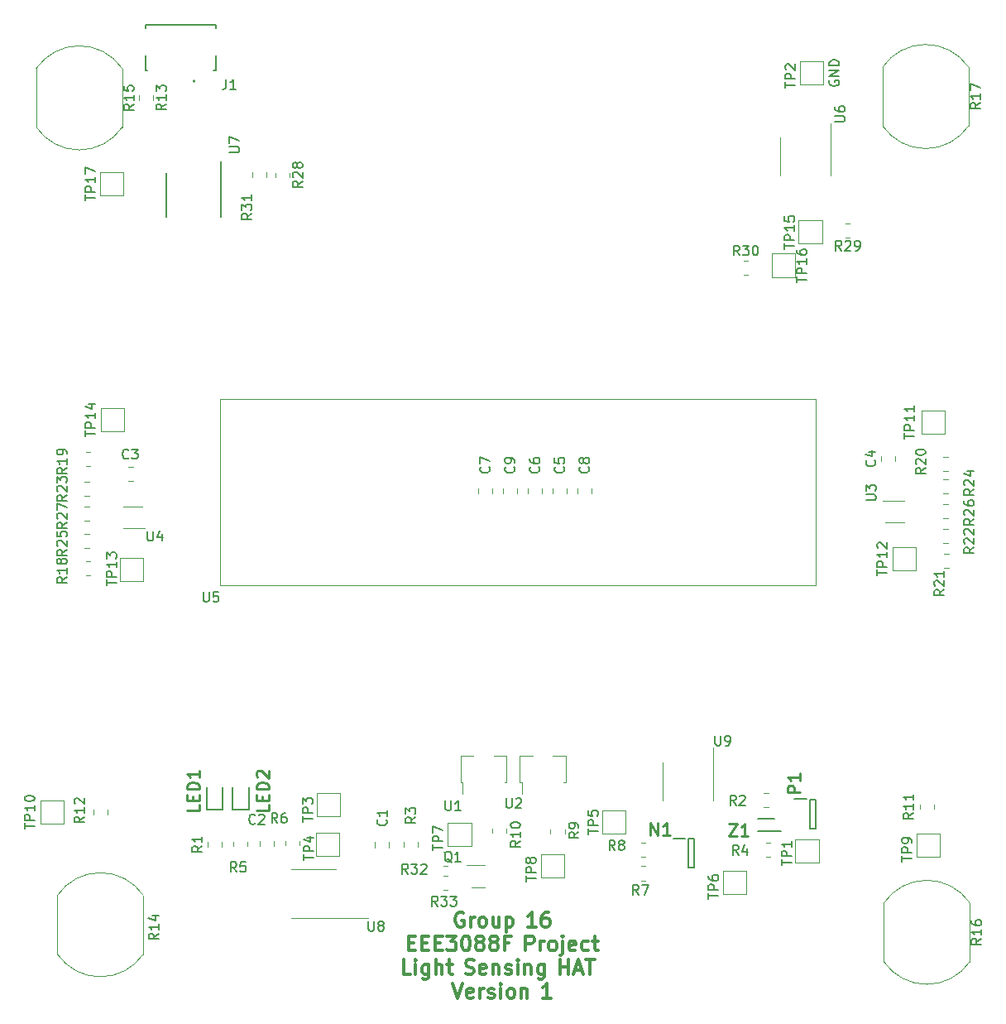
<source format=gbr>
%TF.GenerationSoftware,KiCad,Pcbnew,(7.0.0)*%
%TF.CreationDate,2023-04-14T09:52:48+02:00*%
%TF.ProjectId,EEE3088,45454533-3038-4382-9e6b-696361645f70,Rev_0*%
%TF.SameCoordinates,Original*%
%TF.FileFunction,Legend,Top*%
%TF.FilePolarity,Positive*%
%FSLAX46Y46*%
G04 Gerber Fmt 4.6, Leading zero omitted, Abs format (unit mm)*
G04 Created by KiCad (PCBNEW (7.0.0)) date 2023-04-14 09:52:48*
%MOMM*%
%LPD*%
G01*
G04 APERTURE LIST*
%ADD10C,0.300000*%
%ADD11C,0.150000*%
%ADD12C,0.254000*%
%ADD13C,0.120000*%
%ADD14C,0.200000*%
%ADD15C,0.127000*%
G04 APERTURE END LIST*
D10*
X95582286Y-140892500D02*
X95439429Y-140821071D01*
X95439429Y-140821071D02*
X95225143Y-140821071D01*
X95225143Y-140821071D02*
X95010857Y-140892500D01*
X95010857Y-140892500D02*
X94868000Y-141035357D01*
X94868000Y-141035357D02*
X94796571Y-141178214D01*
X94796571Y-141178214D02*
X94725143Y-141463928D01*
X94725143Y-141463928D02*
X94725143Y-141678214D01*
X94725143Y-141678214D02*
X94796571Y-141963928D01*
X94796571Y-141963928D02*
X94868000Y-142106785D01*
X94868000Y-142106785D02*
X95010857Y-142249642D01*
X95010857Y-142249642D02*
X95225143Y-142321071D01*
X95225143Y-142321071D02*
X95368000Y-142321071D01*
X95368000Y-142321071D02*
X95582286Y-142249642D01*
X95582286Y-142249642D02*
X95653714Y-142178214D01*
X95653714Y-142178214D02*
X95653714Y-141678214D01*
X95653714Y-141678214D02*
X95368000Y-141678214D01*
X96296571Y-142321071D02*
X96296571Y-141321071D01*
X96296571Y-141606785D02*
X96368000Y-141463928D01*
X96368000Y-141463928D02*
X96439429Y-141392500D01*
X96439429Y-141392500D02*
X96582286Y-141321071D01*
X96582286Y-141321071D02*
X96725143Y-141321071D01*
X97439428Y-142321071D02*
X97296571Y-142249642D01*
X97296571Y-142249642D02*
X97225142Y-142178214D01*
X97225142Y-142178214D02*
X97153714Y-142035357D01*
X97153714Y-142035357D02*
X97153714Y-141606785D01*
X97153714Y-141606785D02*
X97225142Y-141463928D01*
X97225142Y-141463928D02*
X97296571Y-141392500D01*
X97296571Y-141392500D02*
X97439428Y-141321071D01*
X97439428Y-141321071D02*
X97653714Y-141321071D01*
X97653714Y-141321071D02*
X97796571Y-141392500D01*
X97796571Y-141392500D02*
X97868000Y-141463928D01*
X97868000Y-141463928D02*
X97939428Y-141606785D01*
X97939428Y-141606785D02*
X97939428Y-142035357D01*
X97939428Y-142035357D02*
X97868000Y-142178214D01*
X97868000Y-142178214D02*
X97796571Y-142249642D01*
X97796571Y-142249642D02*
X97653714Y-142321071D01*
X97653714Y-142321071D02*
X97439428Y-142321071D01*
X99225143Y-141321071D02*
X99225143Y-142321071D01*
X98582285Y-141321071D02*
X98582285Y-142106785D01*
X98582285Y-142106785D02*
X98653714Y-142249642D01*
X98653714Y-142249642D02*
X98796571Y-142321071D01*
X98796571Y-142321071D02*
X99010857Y-142321071D01*
X99010857Y-142321071D02*
X99153714Y-142249642D01*
X99153714Y-142249642D02*
X99225143Y-142178214D01*
X99939428Y-141321071D02*
X99939428Y-142821071D01*
X99939428Y-141392500D02*
X100082286Y-141321071D01*
X100082286Y-141321071D02*
X100368000Y-141321071D01*
X100368000Y-141321071D02*
X100510857Y-141392500D01*
X100510857Y-141392500D02*
X100582286Y-141463928D01*
X100582286Y-141463928D02*
X100653714Y-141606785D01*
X100653714Y-141606785D02*
X100653714Y-142035357D01*
X100653714Y-142035357D02*
X100582286Y-142178214D01*
X100582286Y-142178214D02*
X100510857Y-142249642D01*
X100510857Y-142249642D02*
X100368000Y-142321071D01*
X100368000Y-142321071D02*
X100082286Y-142321071D01*
X100082286Y-142321071D02*
X99939428Y-142249642D01*
X102982286Y-142321071D02*
X102125143Y-142321071D01*
X102553714Y-142321071D02*
X102553714Y-140821071D01*
X102553714Y-140821071D02*
X102410857Y-141035357D01*
X102410857Y-141035357D02*
X102268000Y-141178214D01*
X102268000Y-141178214D02*
X102125143Y-141249642D01*
X104268000Y-140821071D02*
X103982285Y-140821071D01*
X103982285Y-140821071D02*
X103839428Y-140892500D01*
X103839428Y-140892500D02*
X103768000Y-140963928D01*
X103768000Y-140963928D02*
X103625142Y-141178214D01*
X103625142Y-141178214D02*
X103553714Y-141463928D01*
X103553714Y-141463928D02*
X103553714Y-142035357D01*
X103553714Y-142035357D02*
X103625142Y-142178214D01*
X103625142Y-142178214D02*
X103696571Y-142249642D01*
X103696571Y-142249642D02*
X103839428Y-142321071D01*
X103839428Y-142321071D02*
X104125142Y-142321071D01*
X104125142Y-142321071D02*
X104268000Y-142249642D01*
X104268000Y-142249642D02*
X104339428Y-142178214D01*
X104339428Y-142178214D02*
X104410857Y-142035357D01*
X104410857Y-142035357D02*
X104410857Y-141678214D01*
X104410857Y-141678214D02*
X104339428Y-141535357D01*
X104339428Y-141535357D02*
X104268000Y-141463928D01*
X104268000Y-141463928D02*
X104125142Y-141392500D01*
X104125142Y-141392500D02*
X103839428Y-141392500D01*
X103839428Y-141392500D02*
X103696571Y-141463928D01*
X103696571Y-141463928D02*
X103625142Y-141535357D01*
X103625142Y-141535357D02*
X103553714Y-141678214D01*
X89975143Y-143965357D02*
X90475143Y-143965357D01*
X90689429Y-144751071D02*
X89975143Y-144751071D01*
X89975143Y-144751071D02*
X89975143Y-143251071D01*
X89975143Y-143251071D02*
X90689429Y-143251071D01*
X91332286Y-143965357D02*
X91832286Y-143965357D01*
X92046572Y-144751071D02*
X91332286Y-144751071D01*
X91332286Y-144751071D02*
X91332286Y-143251071D01*
X91332286Y-143251071D02*
X92046572Y-143251071D01*
X92689429Y-143965357D02*
X93189429Y-143965357D01*
X93403715Y-144751071D02*
X92689429Y-144751071D01*
X92689429Y-144751071D02*
X92689429Y-143251071D01*
X92689429Y-143251071D02*
X93403715Y-143251071D01*
X93903715Y-143251071D02*
X94832287Y-143251071D01*
X94832287Y-143251071D02*
X94332287Y-143822500D01*
X94332287Y-143822500D02*
X94546572Y-143822500D01*
X94546572Y-143822500D02*
X94689430Y-143893928D01*
X94689430Y-143893928D02*
X94760858Y-143965357D01*
X94760858Y-143965357D02*
X94832287Y-144108214D01*
X94832287Y-144108214D02*
X94832287Y-144465357D01*
X94832287Y-144465357D02*
X94760858Y-144608214D01*
X94760858Y-144608214D02*
X94689430Y-144679642D01*
X94689430Y-144679642D02*
X94546572Y-144751071D01*
X94546572Y-144751071D02*
X94118001Y-144751071D01*
X94118001Y-144751071D02*
X93975144Y-144679642D01*
X93975144Y-144679642D02*
X93903715Y-144608214D01*
X95760858Y-143251071D02*
X95903715Y-143251071D01*
X95903715Y-143251071D02*
X96046572Y-143322500D01*
X96046572Y-143322500D02*
X96118001Y-143393928D01*
X96118001Y-143393928D02*
X96189429Y-143536785D01*
X96189429Y-143536785D02*
X96260858Y-143822500D01*
X96260858Y-143822500D02*
X96260858Y-144179642D01*
X96260858Y-144179642D02*
X96189429Y-144465357D01*
X96189429Y-144465357D02*
X96118001Y-144608214D01*
X96118001Y-144608214D02*
X96046572Y-144679642D01*
X96046572Y-144679642D02*
X95903715Y-144751071D01*
X95903715Y-144751071D02*
X95760858Y-144751071D01*
X95760858Y-144751071D02*
X95618001Y-144679642D01*
X95618001Y-144679642D02*
X95546572Y-144608214D01*
X95546572Y-144608214D02*
X95475143Y-144465357D01*
X95475143Y-144465357D02*
X95403715Y-144179642D01*
X95403715Y-144179642D02*
X95403715Y-143822500D01*
X95403715Y-143822500D02*
X95475143Y-143536785D01*
X95475143Y-143536785D02*
X95546572Y-143393928D01*
X95546572Y-143393928D02*
X95618001Y-143322500D01*
X95618001Y-143322500D02*
X95760858Y-143251071D01*
X97118000Y-143893928D02*
X96975143Y-143822500D01*
X96975143Y-143822500D02*
X96903714Y-143751071D01*
X96903714Y-143751071D02*
X96832286Y-143608214D01*
X96832286Y-143608214D02*
X96832286Y-143536785D01*
X96832286Y-143536785D02*
X96903714Y-143393928D01*
X96903714Y-143393928D02*
X96975143Y-143322500D01*
X96975143Y-143322500D02*
X97118000Y-143251071D01*
X97118000Y-143251071D02*
X97403714Y-143251071D01*
X97403714Y-143251071D02*
X97546572Y-143322500D01*
X97546572Y-143322500D02*
X97618000Y-143393928D01*
X97618000Y-143393928D02*
X97689429Y-143536785D01*
X97689429Y-143536785D02*
X97689429Y-143608214D01*
X97689429Y-143608214D02*
X97618000Y-143751071D01*
X97618000Y-143751071D02*
X97546572Y-143822500D01*
X97546572Y-143822500D02*
X97403714Y-143893928D01*
X97403714Y-143893928D02*
X97118000Y-143893928D01*
X97118000Y-143893928D02*
X96975143Y-143965357D01*
X96975143Y-143965357D02*
X96903714Y-144036785D01*
X96903714Y-144036785D02*
X96832286Y-144179642D01*
X96832286Y-144179642D02*
X96832286Y-144465357D01*
X96832286Y-144465357D02*
X96903714Y-144608214D01*
X96903714Y-144608214D02*
X96975143Y-144679642D01*
X96975143Y-144679642D02*
X97118000Y-144751071D01*
X97118000Y-144751071D02*
X97403714Y-144751071D01*
X97403714Y-144751071D02*
X97546572Y-144679642D01*
X97546572Y-144679642D02*
X97618000Y-144608214D01*
X97618000Y-144608214D02*
X97689429Y-144465357D01*
X97689429Y-144465357D02*
X97689429Y-144179642D01*
X97689429Y-144179642D02*
X97618000Y-144036785D01*
X97618000Y-144036785D02*
X97546572Y-143965357D01*
X97546572Y-143965357D02*
X97403714Y-143893928D01*
X98546571Y-143893928D02*
X98403714Y-143822500D01*
X98403714Y-143822500D02*
X98332285Y-143751071D01*
X98332285Y-143751071D02*
X98260857Y-143608214D01*
X98260857Y-143608214D02*
X98260857Y-143536785D01*
X98260857Y-143536785D02*
X98332285Y-143393928D01*
X98332285Y-143393928D02*
X98403714Y-143322500D01*
X98403714Y-143322500D02*
X98546571Y-143251071D01*
X98546571Y-143251071D02*
X98832285Y-143251071D01*
X98832285Y-143251071D02*
X98975143Y-143322500D01*
X98975143Y-143322500D02*
X99046571Y-143393928D01*
X99046571Y-143393928D02*
X99118000Y-143536785D01*
X99118000Y-143536785D02*
X99118000Y-143608214D01*
X99118000Y-143608214D02*
X99046571Y-143751071D01*
X99046571Y-143751071D02*
X98975143Y-143822500D01*
X98975143Y-143822500D02*
X98832285Y-143893928D01*
X98832285Y-143893928D02*
X98546571Y-143893928D01*
X98546571Y-143893928D02*
X98403714Y-143965357D01*
X98403714Y-143965357D02*
X98332285Y-144036785D01*
X98332285Y-144036785D02*
X98260857Y-144179642D01*
X98260857Y-144179642D02*
X98260857Y-144465357D01*
X98260857Y-144465357D02*
X98332285Y-144608214D01*
X98332285Y-144608214D02*
X98403714Y-144679642D01*
X98403714Y-144679642D02*
X98546571Y-144751071D01*
X98546571Y-144751071D02*
X98832285Y-144751071D01*
X98832285Y-144751071D02*
X98975143Y-144679642D01*
X98975143Y-144679642D02*
X99046571Y-144608214D01*
X99046571Y-144608214D02*
X99118000Y-144465357D01*
X99118000Y-144465357D02*
X99118000Y-144179642D01*
X99118000Y-144179642D02*
X99046571Y-144036785D01*
X99046571Y-144036785D02*
X98975143Y-143965357D01*
X98975143Y-143965357D02*
X98832285Y-143893928D01*
X100260856Y-143965357D02*
X99760856Y-143965357D01*
X99760856Y-144751071D02*
X99760856Y-143251071D01*
X99760856Y-143251071D02*
X100475142Y-143251071D01*
X101946570Y-144751071D02*
X101946570Y-143251071D01*
X101946570Y-143251071D02*
X102517999Y-143251071D01*
X102517999Y-143251071D02*
X102660856Y-143322500D01*
X102660856Y-143322500D02*
X102732285Y-143393928D01*
X102732285Y-143393928D02*
X102803713Y-143536785D01*
X102803713Y-143536785D02*
X102803713Y-143751071D01*
X102803713Y-143751071D02*
X102732285Y-143893928D01*
X102732285Y-143893928D02*
X102660856Y-143965357D01*
X102660856Y-143965357D02*
X102517999Y-144036785D01*
X102517999Y-144036785D02*
X101946570Y-144036785D01*
X103446570Y-144751071D02*
X103446570Y-143751071D01*
X103446570Y-144036785D02*
X103517999Y-143893928D01*
X103517999Y-143893928D02*
X103589428Y-143822500D01*
X103589428Y-143822500D02*
X103732285Y-143751071D01*
X103732285Y-143751071D02*
X103875142Y-143751071D01*
X104589427Y-144751071D02*
X104446570Y-144679642D01*
X104446570Y-144679642D02*
X104375141Y-144608214D01*
X104375141Y-144608214D02*
X104303713Y-144465357D01*
X104303713Y-144465357D02*
X104303713Y-144036785D01*
X104303713Y-144036785D02*
X104375141Y-143893928D01*
X104375141Y-143893928D02*
X104446570Y-143822500D01*
X104446570Y-143822500D02*
X104589427Y-143751071D01*
X104589427Y-143751071D02*
X104803713Y-143751071D01*
X104803713Y-143751071D02*
X104946570Y-143822500D01*
X104946570Y-143822500D02*
X105017999Y-143893928D01*
X105017999Y-143893928D02*
X105089427Y-144036785D01*
X105089427Y-144036785D02*
X105089427Y-144465357D01*
X105089427Y-144465357D02*
X105017999Y-144608214D01*
X105017999Y-144608214D02*
X104946570Y-144679642D01*
X104946570Y-144679642D02*
X104803713Y-144751071D01*
X104803713Y-144751071D02*
X104589427Y-144751071D01*
X105732284Y-143751071D02*
X105732284Y-145036785D01*
X105732284Y-145036785D02*
X105660856Y-145179642D01*
X105660856Y-145179642D02*
X105517999Y-145251071D01*
X105517999Y-145251071D02*
X105446570Y-145251071D01*
X105732284Y-143251071D02*
X105660856Y-143322500D01*
X105660856Y-143322500D02*
X105732284Y-143393928D01*
X105732284Y-143393928D02*
X105803713Y-143322500D01*
X105803713Y-143322500D02*
X105732284Y-143251071D01*
X105732284Y-143251071D02*
X105732284Y-143393928D01*
X107017999Y-144679642D02*
X106875142Y-144751071D01*
X106875142Y-144751071D02*
X106589428Y-144751071D01*
X106589428Y-144751071D02*
X106446570Y-144679642D01*
X106446570Y-144679642D02*
X106375142Y-144536785D01*
X106375142Y-144536785D02*
X106375142Y-143965357D01*
X106375142Y-143965357D02*
X106446570Y-143822500D01*
X106446570Y-143822500D02*
X106589428Y-143751071D01*
X106589428Y-143751071D02*
X106875142Y-143751071D01*
X106875142Y-143751071D02*
X107017999Y-143822500D01*
X107017999Y-143822500D02*
X107089428Y-143965357D01*
X107089428Y-143965357D02*
X107089428Y-144108214D01*
X107089428Y-144108214D02*
X106375142Y-144251071D01*
X108375142Y-144679642D02*
X108232284Y-144751071D01*
X108232284Y-144751071D02*
X107946570Y-144751071D01*
X107946570Y-144751071D02*
X107803713Y-144679642D01*
X107803713Y-144679642D02*
X107732284Y-144608214D01*
X107732284Y-144608214D02*
X107660856Y-144465357D01*
X107660856Y-144465357D02*
X107660856Y-144036785D01*
X107660856Y-144036785D02*
X107732284Y-143893928D01*
X107732284Y-143893928D02*
X107803713Y-143822500D01*
X107803713Y-143822500D02*
X107946570Y-143751071D01*
X107946570Y-143751071D02*
X108232284Y-143751071D01*
X108232284Y-143751071D02*
X108375142Y-143822500D01*
X108803713Y-143751071D02*
X109375141Y-143751071D01*
X109017998Y-143251071D02*
X109017998Y-144536785D01*
X109017998Y-144536785D02*
X109089427Y-144679642D01*
X109089427Y-144679642D02*
X109232284Y-144751071D01*
X109232284Y-144751071D02*
X109375141Y-144751071D01*
X90182285Y-147181071D02*
X89467999Y-147181071D01*
X89467999Y-147181071D02*
X89467999Y-145681071D01*
X90682285Y-147181071D02*
X90682285Y-146181071D01*
X90682285Y-145681071D02*
X90610857Y-145752500D01*
X90610857Y-145752500D02*
X90682285Y-145823928D01*
X90682285Y-145823928D02*
X90753714Y-145752500D01*
X90753714Y-145752500D02*
X90682285Y-145681071D01*
X90682285Y-145681071D02*
X90682285Y-145823928D01*
X92039429Y-146181071D02*
X92039429Y-147395357D01*
X92039429Y-147395357D02*
X91968000Y-147538214D01*
X91968000Y-147538214D02*
X91896571Y-147609642D01*
X91896571Y-147609642D02*
X91753714Y-147681071D01*
X91753714Y-147681071D02*
X91539429Y-147681071D01*
X91539429Y-147681071D02*
X91396571Y-147609642D01*
X92039429Y-147109642D02*
X91896571Y-147181071D01*
X91896571Y-147181071D02*
X91610857Y-147181071D01*
X91610857Y-147181071D02*
X91468000Y-147109642D01*
X91468000Y-147109642D02*
X91396571Y-147038214D01*
X91396571Y-147038214D02*
X91325143Y-146895357D01*
X91325143Y-146895357D02*
X91325143Y-146466785D01*
X91325143Y-146466785D02*
X91396571Y-146323928D01*
X91396571Y-146323928D02*
X91468000Y-146252500D01*
X91468000Y-146252500D02*
X91610857Y-146181071D01*
X91610857Y-146181071D02*
X91896571Y-146181071D01*
X91896571Y-146181071D02*
X92039429Y-146252500D01*
X92753714Y-147181071D02*
X92753714Y-145681071D01*
X93396572Y-147181071D02*
X93396572Y-146395357D01*
X93396572Y-146395357D02*
X93325143Y-146252500D01*
X93325143Y-146252500D02*
X93182286Y-146181071D01*
X93182286Y-146181071D02*
X92968000Y-146181071D01*
X92968000Y-146181071D02*
X92825143Y-146252500D01*
X92825143Y-146252500D02*
X92753714Y-146323928D01*
X93896572Y-146181071D02*
X94468000Y-146181071D01*
X94110857Y-145681071D02*
X94110857Y-146966785D01*
X94110857Y-146966785D02*
X94182286Y-147109642D01*
X94182286Y-147109642D02*
X94325143Y-147181071D01*
X94325143Y-147181071D02*
X94468000Y-147181071D01*
X95796572Y-147109642D02*
X96010858Y-147181071D01*
X96010858Y-147181071D02*
X96368000Y-147181071D01*
X96368000Y-147181071D02*
X96510858Y-147109642D01*
X96510858Y-147109642D02*
X96582286Y-147038214D01*
X96582286Y-147038214D02*
X96653715Y-146895357D01*
X96653715Y-146895357D02*
X96653715Y-146752500D01*
X96653715Y-146752500D02*
X96582286Y-146609642D01*
X96582286Y-146609642D02*
X96510858Y-146538214D01*
X96510858Y-146538214D02*
X96368000Y-146466785D01*
X96368000Y-146466785D02*
X96082286Y-146395357D01*
X96082286Y-146395357D02*
X95939429Y-146323928D01*
X95939429Y-146323928D02*
X95868000Y-146252500D01*
X95868000Y-146252500D02*
X95796572Y-146109642D01*
X95796572Y-146109642D02*
X95796572Y-145966785D01*
X95796572Y-145966785D02*
X95868000Y-145823928D01*
X95868000Y-145823928D02*
X95939429Y-145752500D01*
X95939429Y-145752500D02*
X96082286Y-145681071D01*
X96082286Y-145681071D02*
X96439429Y-145681071D01*
X96439429Y-145681071D02*
X96653715Y-145752500D01*
X97868000Y-147109642D02*
X97725143Y-147181071D01*
X97725143Y-147181071D02*
X97439429Y-147181071D01*
X97439429Y-147181071D02*
X97296571Y-147109642D01*
X97296571Y-147109642D02*
X97225143Y-146966785D01*
X97225143Y-146966785D02*
X97225143Y-146395357D01*
X97225143Y-146395357D02*
X97296571Y-146252500D01*
X97296571Y-146252500D02*
X97439429Y-146181071D01*
X97439429Y-146181071D02*
X97725143Y-146181071D01*
X97725143Y-146181071D02*
X97868000Y-146252500D01*
X97868000Y-146252500D02*
X97939429Y-146395357D01*
X97939429Y-146395357D02*
X97939429Y-146538214D01*
X97939429Y-146538214D02*
X97225143Y-146681071D01*
X98582285Y-146181071D02*
X98582285Y-147181071D01*
X98582285Y-146323928D02*
X98653714Y-146252500D01*
X98653714Y-146252500D02*
X98796571Y-146181071D01*
X98796571Y-146181071D02*
X99010857Y-146181071D01*
X99010857Y-146181071D02*
X99153714Y-146252500D01*
X99153714Y-146252500D02*
X99225143Y-146395357D01*
X99225143Y-146395357D02*
X99225143Y-147181071D01*
X99868000Y-147109642D02*
X100010857Y-147181071D01*
X100010857Y-147181071D02*
X100296571Y-147181071D01*
X100296571Y-147181071D02*
X100439428Y-147109642D01*
X100439428Y-147109642D02*
X100510857Y-146966785D01*
X100510857Y-146966785D02*
X100510857Y-146895357D01*
X100510857Y-146895357D02*
X100439428Y-146752500D01*
X100439428Y-146752500D02*
X100296571Y-146681071D01*
X100296571Y-146681071D02*
X100082286Y-146681071D01*
X100082286Y-146681071D02*
X99939428Y-146609642D01*
X99939428Y-146609642D02*
X99868000Y-146466785D01*
X99868000Y-146466785D02*
X99868000Y-146395357D01*
X99868000Y-146395357D02*
X99939428Y-146252500D01*
X99939428Y-146252500D02*
X100082286Y-146181071D01*
X100082286Y-146181071D02*
X100296571Y-146181071D01*
X100296571Y-146181071D02*
X100439428Y-146252500D01*
X101153714Y-147181071D02*
X101153714Y-146181071D01*
X101153714Y-145681071D02*
X101082286Y-145752500D01*
X101082286Y-145752500D02*
X101153714Y-145823928D01*
X101153714Y-145823928D02*
X101225143Y-145752500D01*
X101225143Y-145752500D02*
X101153714Y-145681071D01*
X101153714Y-145681071D02*
X101153714Y-145823928D01*
X101868000Y-146181071D02*
X101868000Y-147181071D01*
X101868000Y-146323928D02*
X101939429Y-146252500D01*
X101939429Y-146252500D02*
X102082286Y-146181071D01*
X102082286Y-146181071D02*
X102296572Y-146181071D01*
X102296572Y-146181071D02*
X102439429Y-146252500D01*
X102439429Y-146252500D02*
X102510858Y-146395357D01*
X102510858Y-146395357D02*
X102510858Y-147181071D01*
X103868001Y-146181071D02*
X103868001Y-147395357D01*
X103868001Y-147395357D02*
X103796572Y-147538214D01*
X103796572Y-147538214D02*
X103725143Y-147609642D01*
X103725143Y-147609642D02*
X103582286Y-147681071D01*
X103582286Y-147681071D02*
X103368001Y-147681071D01*
X103368001Y-147681071D02*
X103225143Y-147609642D01*
X103868001Y-147109642D02*
X103725143Y-147181071D01*
X103725143Y-147181071D02*
X103439429Y-147181071D01*
X103439429Y-147181071D02*
X103296572Y-147109642D01*
X103296572Y-147109642D02*
X103225143Y-147038214D01*
X103225143Y-147038214D02*
X103153715Y-146895357D01*
X103153715Y-146895357D02*
X103153715Y-146466785D01*
X103153715Y-146466785D02*
X103225143Y-146323928D01*
X103225143Y-146323928D02*
X103296572Y-146252500D01*
X103296572Y-146252500D02*
X103439429Y-146181071D01*
X103439429Y-146181071D02*
X103725143Y-146181071D01*
X103725143Y-146181071D02*
X103868001Y-146252500D01*
X105482286Y-147181071D02*
X105482286Y-145681071D01*
X105482286Y-146395357D02*
X106339429Y-146395357D01*
X106339429Y-147181071D02*
X106339429Y-145681071D01*
X106982287Y-146752500D02*
X107696573Y-146752500D01*
X106839430Y-147181071D02*
X107339430Y-145681071D01*
X107339430Y-145681071D02*
X107839430Y-147181071D01*
X108125144Y-145681071D02*
X108982287Y-145681071D01*
X108553715Y-147181071D02*
X108553715Y-145681071D01*
X94475143Y-148111071D02*
X94975143Y-149611071D01*
X94975143Y-149611071D02*
X95475143Y-148111071D01*
X96546571Y-149539642D02*
X96403714Y-149611071D01*
X96403714Y-149611071D02*
X96118000Y-149611071D01*
X96118000Y-149611071D02*
X95975142Y-149539642D01*
X95975142Y-149539642D02*
X95903714Y-149396785D01*
X95903714Y-149396785D02*
X95903714Y-148825357D01*
X95903714Y-148825357D02*
X95975142Y-148682500D01*
X95975142Y-148682500D02*
X96118000Y-148611071D01*
X96118000Y-148611071D02*
X96403714Y-148611071D01*
X96403714Y-148611071D02*
X96546571Y-148682500D01*
X96546571Y-148682500D02*
X96618000Y-148825357D01*
X96618000Y-148825357D02*
X96618000Y-148968214D01*
X96618000Y-148968214D02*
X95903714Y-149111071D01*
X97260856Y-149611071D02*
X97260856Y-148611071D01*
X97260856Y-148896785D02*
X97332285Y-148753928D01*
X97332285Y-148753928D02*
X97403714Y-148682500D01*
X97403714Y-148682500D02*
X97546571Y-148611071D01*
X97546571Y-148611071D02*
X97689428Y-148611071D01*
X98117999Y-149539642D02*
X98260856Y-149611071D01*
X98260856Y-149611071D02*
X98546570Y-149611071D01*
X98546570Y-149611071D02*
X98689427Y-149539642D01*
X98689427Y-149539642D02*
X98760856Y-149396785D01*
X98760856Y-149396785D02*
X98760856Y-149325357D01*
X98760856Y-149325357D02*
X98689427Y-149182500D01*
X98689427Y-149182500D02*
X98546570Y-149111071D01*
X98546570Y-149111071D02*
X98332285Y-149111071D01*
X98332285Y-149111071D02*
X98189427Y-149039642D01*
X98189427Y-149039642D02*
X98117999Y-148896785D01*
X98117999Y-148896785D02*
X98117999Y-148825357D01*
X98117999Y-148825357D02*
X98189427Y-148682500D01*
X98189427Y-148682500D02*
X98332285Y-148611071D01*
X98332285Y-148611071D02*
X98546570Y-148611071D01*
X98546570Y-148611071D02*
X98689427Y-148682500D01*
X99403713Y-149611071D02*
X99403713Y-148611071D01*
X99403713Y-148111071D02*
X99332285Y-148182500D01*
X99332285Y-148182500D02*
X99403713Y-148253928D01*
X99403713Y-148253928D02*
X99475142Y-148182500D01*
X99475142Y-148182500D02*
X99403713Y-148111071D01*
X99403713Y-148111071D02*
X99403713Y-148253928D01*
X100332285Y-149611071D02*
X100189428Y-149539642D01*
X100189428Y-149539642D02*
X100117999Y-149468214D01*
X100117999Y-149468214D02*
X100046571Y-149325357D01*
X100046571Y-149325357D02*
X100046571Y-148896785D01*
X100046571Y-148896785D02*
X100117999Y-148753928D01*
X100117999Y-148753928D02*
X100189428Y-148682500D01*
X100189428Y-148682500D02*
X100332285Y-148611071D01*
X100332285Y-148611071D02*
X100546571Y-148611071D01*
X100546571Y-148611071D02*
X100689428Y-148682500D01*
X100689428Y-148682500D02*
X100760857Y-148753928D01*
X100760857Y-148753928D02*
X100832285Y-148896785D01*
X100832285Y-148896785D02*
X100832285Y-149325357D01*
X100832285Y-149325357D02*
X100760857Y-149468214D01*
X100760857Y-149468214D02*
X100689428Y-149539642D01*
X100689428Y-149539642D02*
X100546571Y-149611071D01*
X100546571Y-149611071D02*
X100332285Y-149611071D01*
X101475142Y-148611071D02*
X101475142Y-149611071D01*
X101475142Y-148753928D02*
X101546571Y-148682500D01*
X101546571Y-148682500D02*
X101689428Y-148611071D01*
X101689428Y-148611071D02*
X101903714Y-148611071D01*
X101903714Y-148611071D02*
X102046571Y-148682500D01*
X102046571Y-148682500D02*
X102118000Y-148825357D01*
X102118000Y-148825357D02*
X102118000Y-149611071D01*
X104518000Y-149611071D02*
X103660857Y-149611071D01*
X104089428Y-149611071D02*
X104089428Y-148111071D01*
X104089428Y-148111071D02*
X103946571Y-148325357D01*
X103946571Y-148325357D02*
X103803714Y-148468214D01*
X103803714Y-148468214D02*
X103660857Y-148539642D01*
D11*
X133069000Y-55753095D02*
X133021380Y-55848333D01*
X133021380Y-55848333D02*
X133021380Y-55991190D01*
X133021380Y-55991190D02*
X133069000Y-56134047D01*
X133069000Y-56134047D02*
X133164238Y-56229285D01*
X133164238Y-56229285D02*
X133259476Y-56276904D01*
X133259476Y-56276904D02*
X133449952Y-56324523D01*
X133449952Y-56324523D02*
X133592809Y-56324523D01*
X133592809Y-56324523D02*
X133783285Y-56276904D01*
X133783285Y-56276904D02*
X133878523Y-56229285D01*
X133878523Y-56229285D02*
X133973761Y-56134047D01*
X133973761Y-56134047D02*
X134021380Y-55991190D01*
X134021380Y-55991190D02*
X134021380Y-55895952D01*
X134021380Y-55895952D02*
X133973761Y-55753095D01*
X133973761Y-55753095D02*
X133926142Y-55705476D01*
X133926142Y-55705476D02*
X133592809Y-55705476D01*
X133592809Y-55705476D02*
X133592809Y-55895952D01*
X134021380Y-55276904D02*
X133021380Y-55276904D01*
X133021380Y-55276904D02*
X134021380Y-54705476D01*
X134021380Y-54705476D02*
X133021380Y-54705476D01*
X134021380Y-54229285D02*
X133021380Y-54229285D01*
X133021380Y-54229285D02*
X133021380Y-53991190D01*
X133021380Y-53991190D02*
X133069000Y-53848333D01*
X133069000Y-53848333D02*
X133164238Y-53753095D01*
X133164238Y-53753095D02*
X133259476Y-53705476D01*
X133259476Y-53705476D02*
X133449952Y-53657857D01*
X133449952Y-53657857D02*
X133592809Y-53657857D01*
X133592809Y-53657857D02*
X133783285Y-53705476D01*
X133783285Y-53705476D02*
X133878523Y-53753095D01*
X133878523Y-53753095D02*
X133973761Y-53848333D01*
X133973761Y-53848333D02*
X134021380Y-53991190D01*
X134021380Y-53991190D02*
X134021380Y-54229285D01*
%TO.C,TP15*%
X128445380Y-72985094D02*
X128445380Y-72413666D01*
X129445380Y-72699380D02*
X128445380Y-72699380D01*
X129445380Y-72080332D02*
X128445380Y-72080332D01*
X128445380Y-72080332D02*
X128445380Y-71699380D01*
X128445380Y-71699380D02*
X128493000Y-71604142D01*
X128493000Y-71604142D02*
X128540619Y-71556523D01*
X128540619Y-71556523D02*
X128635857Y-71508904D01*
X128635857Y-71508904D02*
X128778714Y-71508904D01*
X128778714Y-71508904D02*
X128873952Y-71556523D01*
X128873952Y-71556523D02*
X128921571Y-71604142D01*
X128921571Y-71604142D02*
X128969190Y-71699380D01*
X128969190Y-71699380D02*
X128969190Y-72080332D01*
X129445380Y-70556523D02*
X129445380Y-71127951D01*
X129445380Y-70842237D02*
X128445380Y-70842237D01*
X128445380Y-70842237D02*
X128588238Y-70937475D01*
X128588238Y-70937475D02*
X128683476Y-71032713D01*
X128683476Y-71032713D02*
X128731095Y-71127951D01*
X128445380Y-69651761D02*
X128445380Y-70127951D01*
X128445380Y-70127951D02*
X128921571Y-70175570D01*
X128921571Y-70175570D02*
X128873952Y-70127951D01*
X128873952Y-70127951D02*
X128826333Y-70032713D01*
X128826333Y-70032713D02*
X128826333Y-69794618D01*
X128826333Y-69794618D02*
X128873952Y-69699380D01*
X128873952Y-69699380D02*
X128921571Y-69651761D01*
X128921571Y-69651761D02*
X129016809Y-69604142D01*
X129016809Y-69604142D02*
X129254904Y-69604142D01*
X129254904Y-69604142D02*
X129350142Y-69651761D01*
X129350142Y-69651761D02*
X129397761Y-69699380D01*
X129397761Y-69699380D02*
X129445380Y-69794618D01*
X129445380Y-69794618D02*
X129445380Y-70032713D01*
X129445380Y-70032713D02*
X129397761Y-70127951D01*
X129397761Y-70127951D02*
X129350142Y-70175570D01*
%TO.C,R30*%
X123840642Y-73635380D02*
X123507309Y-73159190D01*
X123269214Y-73635380D02*
X123269214Y-72635380D01*
X123269214Y-72635380D02*
X123650166Y-72635380D01*
X123650166Y-72635380D02*
X123745404Y-72683000D01*
X123745404Y-72683000D02*
X123793023Y-72730619D01*
X123793023Y-72730619D02*
X123840642Y-72825857D01*
X123840642Y-72825857D02*
X123840642Y-72968714D01*
X123840642Y-72968714D02*
X123793023Y-73063952D01*
X123793023Y-73063952D02*
X123745404Y-73111571D01*
X123745404Y-73111571D02*
X123650166Y-73159190D01*
X123650166Y-73159190D02*
X123269214Y-73159190D01*
X124173976Y-72635380D02*
X124793023Y-72635380D01*
X124793023Y-72635380D02*
X124459690Y-73016333D01*
X124459690Y-73016333D02*
X124602547Y-73016333D01*
X124602547Y-73016333D02*
X124697785Y-73063952D01*
X124697785Y-73063952D02*
X124745404Y-73111571D01*
X124745404Y-73111571D02*
X124793023Y-73206809D01*
X124793023Y-73206809D02*
X124793023Y-73444904D01*
X124793023Y-73444904D02*
X124745404Y-73540142D01*
X124745404Y-73540142D02*
X124697785Y-73587761D01*
X124697785Y-73587761D02*
X124602547Y-73635380D01*
X124602547Y-73635380D02*
X124316833Y-73635380D01*
X124316833Y-73635380D02*
X124221595Y-73587761D01*
X124221595Y-73587761D02*
X124173976Y-73540142D01*
X125412071Y-72635380D02*
X125507309Y-72635380D01*
X125507309Y-72635380D02*
X125602547Y-72683000D01*
X125602547Y-72683000D02*
X125650166Y-72730619D01*
X125650166Y-72730619D02*
X125697785Y-72825857D01*
X125697785Y-72825857D02*
X125745404Y-73016333D01*
X125745404Y-73016333D02*
X125745404Y-73254428D01*
X125745404Y-73254428D02*
X125697785Y-73444904D01*
X125697785Y-73444904D02*
X125650166Y-73540142D01*
X125650166Y-73540142D02*
X125602547Y-73587761D01*
X125602547Y-73587761D02*
X125507309Y-73635380D01*
X125507309Y-73635380D02*
X125412071Y-73635380D01*
X125412071Y-73635380D02*
X125316833Y-73587761D01*
X125316833Y-73587761D02*
X125269214Y-73540142D01*
X125269214Y-73540142D02*
X125221595Y-73444904D01*
X125221595Y-73444904D02*
X125173976Y-73254428D01*
X125173976Y-73254428D02*
X125173976Y-73016333D01*
X125173976Y-73016333D02*
X125221595Y-72825857D01*
X125221595Y-72825857D02*
X125269214Y-72730619D01*
X125269214Y-72730619D02*
X125316833Y-72683000D01*
X125316833Y-72683000D02*
X125412071Y-72635380D01*
%TO.C,TP12*%
X137924380Y-106386094D02*
X137924380Y-105814666D01*
X138924380Y-106100380D02*
X137924380Y-106100380D01*
X138924380Y-105481332D02*
X137924380Y-105481332D01*
X137924380Y-105481332D02*
X137924380Y-105100380D01*
X137924380Y-105100380D02*
X137972000Y-105005142D01*
X137972000Y-105005142D02*
X138019619Y-104957523D01*
X138019619Y-104957523D02*
X138114857Y-104909904D01*
X138114857Y-104909904D02*
X138257714Y-104909904D01*
X138257714Y-104909904D02*
X138352952Y-104957523D01*
X138352952Y-104957523D02*
X138400571Y-105005142D01*
X138400571Y-105005142D02*
X138448190Y-105100380D01*
X138448190Y-105100380D02*
X138448190Y-105481332D01*
X138924380Y-103957523D02*
X138924380Y-104528951D01*
X138924380Y-104243237D02*
X137924380Y-104243237D01*
X137924380Y-104243237D02*
X138067238Y-104338475D01*
X138067238Y-104338475D02*
X138162476Y-104433713D01*
X138162476Y-104433713D02*
X138210095Y-104528951D01*
X138019619Y-103576570D02*
X137972000Y-103528951D01*
X137972000Y-103528951D02*
X137924380Y-103433713D01*
X137924380Y-103433713D02*
X137924380Y-103195618D01*
X137924380Y-103195618D02*
X137972000Y-103100380D01*
X137972000Y-103100380D02*
X138019619Y-103052761D01*
X138019619Y-103052761D02*
X138114857Y-103005142D01*
X138114857Y-103005142D02*
X138210095Y-103005142D01*
X138210095Y-103005142D02*
X138352952Y-103052761D01*
X138352952Y-103052761D02*
X138924380Y-103624189D01*
X138924380Y-103624189D02*
X138924380Y-103005142D01*
%TO.C,C9*%
X100729142Y-95289666D02*
X100776761Y-95337285D01*
X100776761Y-95337285D02*
X100824380Y-95480142D01*
X100824380Y-95480142D02*
X100824380Y-95575380D01*
X100824380Y-95575380D02*
X100776761Y-95718237D01*
X100776761Y-95718237D02*
X100681523Y-95813475D01*
X100681523Y-95813475D02*
X100586285Y-95861094D01*
X100586285Y-95861094D02*
X100395809Y-95908713D01*
X100395809Y-95908713D02*
X100252952Y-95908713D01*
X100252952Y-95908713D02*
X100062476Y-95861094D01*
X100062476Y-95861094D02*
X99967238Y-95813475D01*
X99967238Y-95813475D02*
X99872000Y-95718237D01*
X99872000Y-95718237D02*
X99824380Y-95575380D01*
X99824380Y-95575380D02*
X99824380Y-95480142D01*
X99824380Y-95480142D02*
X99872000Y-95337285D01*
X99872000Y-95337285D02*
X99919619Y-95289666D01*
X100824380Y-94813475D02*
X100824380Y-94622999D01*
X100824380Y-94622999D02*
X100776761Y-94527761D01*
X100776761Y-94527761D02*
X100729142Y-94480142D01*
X100729142Y-94480142D02*
X100586285Y-94384904D01*
X100586285Y-94384904D02*
X100395809Y-94337285D01*
X100395809Y-94337285D02*
X100014857Y-94337285D01*
X100014857Y-94337285D02*
X99919619Y-94384904D01*
X99919619Y-94384904D02*
X99872000Y-94432523D01*
X99872000Y-94432523D02*
X99824380Y-94527761D01*
X99824380Y-94527761D02*
X99824380Y-94718237D01*
X99824380Y-94718237D02*
X99872000Y-94813475D01*
X99872000Y-94813475D02*
X99919619Y-94861094D01*
X99919619Y-94861094D02*
X100014857Y-94908713D01*
X100014857Y-94908713D02*
X100252952Y-94908713D01*
X100252952Y-94908713D02*
X100348190Y-94861094D01*
X100348190Y-94861094D02*
X100395809Y-94813475D01*
X100395809Y-94813475D02*
X100443428Y-94718237D01*
X100443428Y-94718237D02*
X100443428Y-94527761D01*
X100443428Y-94527761D02*
X100395809Y-94432523D01*
X100395809Y-94432523D02*
X100348190Y-94384904D01*
X100348190Y-94384904D02*
X100252952Y-94337285D01*
%TO.C,TP2*%
X128526380Y-56506904D02*
X128526380Y-55935476D01*
X129526380Y-56221190D02*
X128526380Y-56221190D01*
X129526380Y-55602142D02*
X128526380Y-55602142D01*
X128526380Y-55602142D02*
X128526380Y-55221190D01*
X128526380Y-55221190D02*
X128574000Y-55125952D01*
X128574000Y-55125952D02*
X128621619Y-55078333D01*
X128621619Y-55078333D02*
X128716857Y-55030714D01*
X128716857Y-55030714D02*
X128859714Y-55030714D01*
X128859714Y-55030714D02*
X128954952Y-55078333D01*
X128954952Y-55078333D02*
X129002571Y-55125952D01*
X129002571Y-55125952D02*
X129050190Y-55221190D01*
X129050190Y-55221190D02*
X129050190Y-55602142D01*
X128621619Y-54649761D02*
X128574000Y-54602142D01*
X128574000Y-54602142D02*
X128526380Y-54506904D01*
X128526380Y-54506904D02*
X128526380Y-54268809D01*
X128526380Y-54268809D02*
X128574000Y-54173571D01*
X128574000Y-54173571D02*
X128621619Y-54125952D01*
X128621619Y-54125952D02*
X128716857Y-54078333D01*
X128716857Y-54078333D02*
X128812095Y-54078333D01*
X128812095Y-54078333D02*
X128954952Y-54125952D01*
X128954952Y-54125952D02*
X129526380Y-54697380D01*
X129526380Y-54697380D02*
X129526380Y-54078333D01*
D12*
%TO.C,N1*%
X114729380Y-132927573D02*
X114729380Y-131657573D01*
X114729380Y-131657573D02*
X115455095Y-132927573D01*
X115455095Y-132927573D02*
X115455095Y-131657573D01*
X116725095Y-132927573D02*
X115999380Y-132927573D01*
X116362237Y-132927573D02*
X116362237Y-131657573D01*
X116362237Y-131657573D02*
X116241285Y-131839002D01*
X116241285Y-131839002D02*
X116120333Y-131959954D01*
X116120333Y-131959954D02*
X115999380Y-132020430D01*
D11*
%TO.C,TP1*%
X128145380Y-136008904D02*
X128145380Y-135437476D01*
X129145380Y-135723190D02*
X128145380Y-135723190D01*
X129145380Y-135104142D02*
X128145380Y-135104142D01*
X128145380Y-135104142D02*
X128145380Y-134723190D01*
X128145380Y-134723190D02*
X128193000Y-134627952D01*
X128193000Y-134627952D02*
X128240619Y-134580333D01*
X128240619Y-134580333D02*
X128335857Y-134532714D01*
X128335857Y-134532714D02*
X128478714Y-134532714D01*
X128478714Y-134532714D02*
X128573952Y-134580333D01*
X128573952Y-134580333D02*
X128621571Y-134627952D01*
X128621571Y-134627952D02*
X128669190Y-134723190D01*
X128669190Y-134723190D02*
X128669190Y-135104142D01*
X129145380Y-133580333D02*
X129145380Y-134151761D01*
X129145380Y-133866047D02*
X128145380Y-133866047D01*
X128145380Y-133866047D02*
X128288238Y-133961285D01*
X128288238Y-133961285D02*
X128383476Y-134056523D01*
X128383476Y-134056523D02*
X128431095Y-134151761D01*
%TO.C,R20*%
X142861380Y-95384857D02*
X142385190Y-95718190D01*
X142861380Y-95956285D02*
X141861380Y-95956285D01*
X141861380Y-95956285D02*
X141861380Y-95575333D01*
X141861380Y-95575333D02*
X141909000Y-95480095D01*
X141909000Y-95480095D02*
X141956619Y-95432476D01*
X141956619Y-95432476D02*
X142051857Y-95384857D01*
X142051857Y-95384857D02*
X142194714Y-95384857D01*
X142194714Y-95384857D02*
X142289952Y-95432476D01*
X142289952Y-95432476D02*
X142337571Y-95480095D01*
X142337571Y-95480095D02*
X142385190Y-95575333D01*
X142385190Y-95575333D02*
X142385190Y-95956285D01*
X141956619Y-95003904D02*
X141909000Y-94956285D01*
X141909000Y-94956285D02*
X141861380Y-94861047D01*
X141861380Y-94861047D02*
X141861380Y-94622952D01*
X141861380Y-94622952D02*
X141909000Y-94527714D01*
X141909000Y-94527714D02*
X141956619Y-94480095D01*
X141956619Y-94480095D02*
X142051857Y-94432476D01*
X142051857Y-94432476D02*
X142147095Y-94432476D01*
X142147095Y-94432476D02*
X142289952Y-94480095D01*
X142289952Y-94480095D02*
X142861380Y-95051523D01*
X142861380Y-95051523D02*
X142861380Y-94432476D01*
X141861380Y-93813428D02*
X141861380Y-93718190D01*
X141861380Y-93718190D02*
X141909000Y-93622952D01*
X141909000Y-93622952D02*
X141956619Y-93575333D01*
X141956619Y-93575333D02*
X142051857Y-93527714D01*
X142051857Y-93527714D02*
X142242333Y-93480095D01*
X142242333Y-93480095D02*
X142480428Y-93480095D01*
X142480428Y-93480095D02*
X142670904Y-93527714D01*
X142670904Y-93527714D02*
X142766142Y-93575333D01*
X142766142Y-93575333D02*
X142813761Y-93622952D01*
X142813761Y-93622952D02*
X142861380Y-93718190D01*
X142861380Y-93718190D02*
X142861380Y-93813428D01*
X142861380Y-93813428D02*
X142813761Y-93908666D01*
X142813761Y-93908666D02*
X142766142Y-93956285D01*
X142766142Y-93956285D02*
X142670904Y-94003904D01*
X142670904Y-94003904D02*
X142480428Y-94051523D01*
X142480428Y-94051523D02*
X142242333Y-94051523D01*
X142242333Y-94051523D02*
X142051857Y-94003904D01*
X142051857Y-94003904D02*
X141956619Y-93956285D01*
X141956619Y-93956285D02*
X141909000Y-93908666D01*
X141909000Y-93908666D02*
X141861380Y-93813428D01*
%TO.C,TP9*%
X140464380Y-135627904D02*
X140464380Y-135056476D01*
X141464380Y-135342190D02*
X140464380Y-135342190D01*
X141464380Y-134723142D02*
X140464380Y-134723142D01*
X140464380Y-134723142D02*
X140464380Y-134342190D01*
X140464380Y-134342190D02*
X140512000Y-134246952D01*
X140512000Y-134246952D02*
X140559619Y-134199333D01*
X140559619Y-134199333D02*
X140654857Y-134151714D01*
X140654857Y-134151714D02*
X140797714Y-134151714D01*
X140797714Y-134151714D02*
X140892952Y-134199333D01*
X140892952Y-134199333D02*
X140940571Y-134246952D01*
X140940571Y-134246952D02*
X140988190Y-134342190D01*
X140988190Y-134342190D02*
X140988190Y-134723142D01*
X141464380Y-133675523D02*
X141464380Y-133485047D01*
X141464380Y-133485047D02*
X141416761Y-133389809D01*
X141416761Y-133389809D02*
X141369142Y-133342190D01*
X141369142Y-133342190D02*
X141226285Y-133246952D01*
X141226285Y-133246952D02*
X141035809Y-133199333D01*
X141035809Y-133199333D02*
X140654857Y-133199333D01*
X140654857Y-133199333D02*
X140559619Y-133246952D01*
X140559619Y-133246952D02*
X140512000Y-133294571D01*
X140512000Y-133294571D02*
X140464380Y-133389809D01*
X140464380Y-133389809D02*
X140464380Y-133580285D01*
X140464380Y-133580285D02*
X140512000Y-133675523D01*
X140512000Y-133675523D02*
X140559619Y-133723142D01*
X140559619Y-133723142D02*
X140654857Y-133770761D01*
X140654857Y-133770761D02*
X140892952Y-133770761D01*
X140892952Y-133770761D02*
X140988190Y-133723142D01*
X140988190Y-133723142D02*
X141035809Y-133675523D01*
X141035809Y-133675523D02*
X141083428Y-133580285D01*
X141083428Y-133580285D02*
X141083428Y-133389809D01*
X141083428Y-133389809D02*
X141035809Y-133294571D01*
X141035809Y-133294571D02*
X140988190Y-133246952D01*
X140988190Y-133246952D02*
X140892952Y-133199333D01*
%TO.C,TP13*%
X59057380Y-107402094D02*
X59057380Y-106830666D01*
X60057380Y-107116380D02*
X59057380Y-107116380D01*
X60057380Y-106497332D02*
X59057380Y-106497332D01*
X59057380Y-106497332D02*
X59057380Y-106116380D01*
X59057380Y-106116380D02*
X59105000Y-106021142D01*
X59105000Y-106021142D02*
X59152619Y-105973523D01*
X59152619Y-105973523D02*
X59247857Y-105925904D01*
X59247857Y-105925904D02*
X59390714Y-105925904D01*
X59390714Y-105925904D02*
X59485952Y-105973523D01*
X59485952Y-105973523D02*
X59533571Y-106021142D01*
X59533571Y-106021142D02*
X59581190Y-106116380D01*
X59581190Y-106116380D02*
X59581190Y-106497332D01*
X60057380Y-104973523D02*
X60057380Y-105544951D01*
X60057380Y-105259237D02*
X59057380Y-105259237D01*
X59057380Y-105259237D02*
X59200238Y-105354475D01*
X59200238Y-105354475D02*
X59295476Y-105449713D01*
X59295476Y-105449713D02*
X59343095Y-105544951D01*
X59057380Y-104640189D02*
X59057380Y-104021142D01*
X59057380Y-104021142D02*
X59438333Y-104354475D01*
X59438333Y-104354475D02*
X59438333Y-104211618D01*
X59438333Y-104211618D02*
X59485952Y-104116380D01*
X59485952Y-104116380D02*
X59533571Y-104068761D01*
X59533571Y-104068761D02*
X59628809Y-104021142D01*
X59628809Y-104021142D02*
X59866904Y-104021142D01*
X59866904Y-104021142D02*
X59962142Y-104068761D01*
X59962142Y-104068761D02*
X60009761Y-104116380D01*
X60009761Y-104116380D02*
X60057380Y-104211618D01*
X60057380Y-104211618D02*
X60057380Y-104497332D01*
X60057380Y-104497332D02*
X60009761Y-104592570D01*
X60009761Y-104592570D02*
X59962142Y-104640189D01*
%TO.C,U6*%
X133606380Y-59943904D02*
X134415904Y-59943904D01*
X134415904Y-59943904D02*
X134511142Y-59896285D01*
X134511142Y-59896285D02*
X134558761Y-59848666D01*
X134558761Y-59848666D02*
X134606380Y-59753428D01*
X134606380Y-59753428D02*
X134606380Y-59562952D01*
X134606380Y-59562952D02*
X134558761Y-59467714D01*
X134558761Y-59467714D02*
X134511142Y-59420095D01*
X134511142Y-59420095D02*
X134415904Y-59372476D01*
X134415904Y-59372476D02*
X133606380Y-59372476D01*
X133606380Y-58467714D02*
X133606380Y-58658190D01*
X133606380Y-58658190D02*
X133654000Y-58753428D01*
X133654000Y-58753428D02*
X133701619Y-58801047D01*
X133701619Y-58801047D02*
X133844476Y-58896285D01*
X133844476Y-58896285D02*
X134034952Y-58943904D01*
X134034952Y-58943904D02*
X134415904Y-58943904D01*
X134415904Y-58943904D02*
X134511142Y-58896285D01*
X134511142Y-58896285D02*
X134558761Y-58848666D01*
X134558761Y-58848666D02*
X134606380Y-58753428D01*
X134606380Y-58753428D02*
X134606380Y-58562952D01*
X134606380Y-58562952D02*
X134558761Y-58467714D01*
X134558761Y-58467714D02*
X134511142Y-58420095D01*
X134511142Y-58420095D02*
X134415904Y-58372476D01*
X134415904Y-58372476D02*
X134177809Y-58372476D01*
X134177809Y-58372476D02*
X134082571Y-58420095D01*
X134082571Y-58420095D02*
X134034952Y-58467714D01*
X134034952Y-58467714D02*
X133987333Y-58562952D01*
X133987333Y-58562952D02*
X133987333Y-58753428D01*
X133987333Y-58753428D02*
X134034952Y-58848666D01*
X134034952Y-58848666D02*
X134082571Y-58896285D01*
X134082571Y-58896285D02*
X134177809Y-58943904D01*
%TO.C,R8*%
X111085333Y-134479380D02*
X110752000Y-134003190D01*
X110513905Y-134479380D02*
X110513905Y-133479380D01*
X110513905Y-133479380D02*
X110894857Y-133479380D01*
X110894857Y-133479380D02*
X110990095Y-133527000D01*
X110990095Y-133527000D02*
X111037714Y-133574619D01*
X111037714Y-133574619D02*
X111085333Y-133669857D01*
X111085333Y-133669857D02*
X111085333Y-133812714D01*
X111085333Y-133812714D02*
X111037714Y-133907952D01*
X111037714Y-133907952D02*
X110990095Y-133955571D01*
X110990095Y-133955571D02*
X110894857Y-134003190D01*
X110894857Y-134003190D02*
X110513905Y-134003190D01*
X111656762Y-133907952D02*
X111561524Y-133860333D01*
X111561524Y-133860333D02*
X111513905Y-133812714D01*
X111513905Y-133812714D02*
X111466286Y-133717476D01*
X111466286Y-133717476D02*
X111466286Y-133669857D01*
X111466286Y-133669857D02*
X111513905Y-133574619D01*
X111513905Y-133574619D02*
X111561524Y-133527000D01*
X111561524Y-133527000D02*
X111656762Y-133479380D01*
X111656762Y-133479380D02*
X111847238Y-133479380D01*
X111847238Y-133479380D02*
X111942476Y-133527000D01*
X111942476Y-133527000D02*
X111990095Y-133574619D01*
X111990095Y-133574619D02*
X112037714Y-133669857D01*
X112037714Y-133669857D02*
X112037714Y-133717476D01*
X112037714Y-133717476D02*
X111990095Y-133812714D01*
X111990095Y-133812714D02*
X111942476Y-133860333D01*
X111942476Y-133860333D02*
X111847238Y-133907952D01*
X111847238Y-133907952D02*
X111656762Y-133907952D01*
X111656762Y-133907952D02*
X111561524Y-133955571D01*
X111561524Y-133955571D02*
X111513905Y-134003190D01*
X111513905Y-134003190D02*
X111466286Y-134098428D01*
X111466286Y-134098428D02*
X111466286Y-134288904D01*
X111466286Y-134288904D02*
X111513905Y-134384142D01*
X111513905Y-134384142D02*
X111561524Y-134431761D01*
X111561524Y-134431761D02*
X111656762Y-134479380D01*
X111656762Y-134479380D02*
X111847238Y-134479380D01*
X111847238Y-134479380D02*
X111942476Y-134431761D01*
X111942476Y-134431761D02*
X111990095Y-134384142D01*
X111990095Y-134384142D02*
X112037714Y-134288904D01*
X112037714Y-134288904D02*
X112037714Y-134098428D01*
X112037714Y-134098428D02*
X111990095Y-134003190D01*
X111990095Y-134003190D02*
X111942476Y-133955571D01*
X111942476Y-133955571D02*
X111847238Y-133907952D01*
%TO.C,R24*%
X147814380Y-97543857D02*
X147338190Y-97877190D01*
X147814380Y-98115285D02*
X146814380Y-98115285D01*
X146814380Y-98115285D02*
X146814380Y-97734333D01*
X146814380Y-97734333D02*
X146862000Y-97639095D01*
X146862000Y-97639095D02*
X146909619Y-97591476D01*
X146909619Y-97591476D02*
X147004857Y-97543857D01*
X147004857Y-97543857D02*
X147147714Y-97543857D01*
X147147714Y-97543857D02*
X147242952Y-97591476D01*
X147242952Y-97591476D02*
X147290571Y-97639095D01*
X147290571Y-97639095D02*
X147338190Y-97734333D01*
X147338190Y-97734333D02*
X147338190Y-98115285D01*
X146909619Y-97162904D02*
X146862000Y-97115285D01*
X146862000Y-97115285D02*
X146814380Y-97020047D01*
X146814380Y-97020047D02*
X146814380Y-96781952D01*
X146814380Y-96781952D02*
X146862000Y-96686714D01*
X146862000Y-96686714D02*
X146909619Y-96639095D01*
X146909619Y-96639095D02*
X147004857Y-96591476D01*
X147004857Y-96591476D02*
X147100095Y-96591476D01*
X147100095Y-96591476D02*
X147242952Y-96639095D01*
X147242952Y-96639095D02*
X147814380Y-97210523D01*
X147814380Y-97210523D02*
X147814380Y-96591476D01*
X147147714Y-95734333D02*
X147814380Y-95734333D01*
X146766761Y-95972428D02*
X147481047Y-96210523D01*
X147481047Y-96210523D02*
X147481047Y-95591476D01*
%TO.C,C5*%
X105809142Y-95289666D02*
X105856761Y-95337285D01*
X105856761Y-95337285D02*
X105904380Y-95480142D01*
X105904380Y-95480142D02*
X105904380Y-95575380D01*
X105904380Y-95575380D02*
X105856761Y-95718237D01*
X105856761Y-95718237D02*
X105761523Y-95813475D01*
X105761523Y-95813475D02*
X105666285Y-95861094D01*
X105666285Y-95861094D02*
X105475809Y-95908713D01*
X105475809Y-95908713D02*
X105332952Y-95908713D01*
X105332952Y-95908713D02*
X105142476Y-95861094D01*
X105142476Y-95861094D02*
X105047238Y-95813475D01*
X105047238Y-95813475D02*
X104952000Y-95718237D01*
X104952000Y-95718237D02*
X104904380Y-95575380D01*
X104904380Y-95575380D02*
X104904380Y-95480142D01*
X104904380Y-95480142D02*
X104952000Y-95337285D01*
X104952000Y-95337285D02*
X104999619Y-95289666D01*
X104904380Y-94384904D02*
X104904380Y-94861094D01*
X104904380Y-94861094D02*
X105380571Y-94908713D01*
X105380571Y-94908713D02*
X105332952Y-94861094D01*
X105332952Y-94861094D02*
X105285333Y-94765856D01*
X105285333Y-94765856D02*
X105285333Y-94527761D01*
X105285333Y-94527761D02*
X105332952Y-94432523D01*
X105332952Y-94432523D02*
X105380571Y-94384904D01*
X105380571Y-94384904D02*
X105475809Y-94337285D01*
X105475809Y-94337285D02*
X105713904Y-94337285D01*
X105713904Y-94337285D02*
X105809142Y-94384904D01*
X105809142Y-94384904D02*
X105856761Y-94432523D01*
X105856761Y-94432523D02*
X105904380Y-94527761D01*
X105904380Y-94527761D02*
X105904380Y-94765856D01*
X105904380Y-94765856D02*
X105856761Y-94861094D01*
X105856761Y-94861094D02*
X105809142Y-94908713D01*
%TO.C,TP6*%
X120652380Y-139437904D02*
X120652380Y-138866476D01*
X121652380Y-139152190D02*
X120652380Y-139152190D01*
X121652380Y-138533142D02*
X120652380Y-138533142D01*
X120652380Y-138533142D02*
X120652380Y-138152190D01*
X120652380Y-138152190D02*
X120700000Y-138056952D01*
X120700000Y-138056952D02*
X120747619Y-138009333D01*
X120747619Y-138009333D02*
X120842857Y-137961714D01*
X120842857Y-137961714D02*
X120985714Y-137961714D01*
X120985714Y-137961714D02*
X121080952Y-138009333D01*
X121080952Y-138009333D02*
X121128571Y-138056952D01*
X121128571Y-138056952D02*
X121176190Y-138152190D01*
X121176190Y-138152190D02*
X121176190Y-138533142D01*
X120652380Y-137104571D02*
X120652380Y-137295047D01*
X120652380Y-137295047D02*
X120700000Y-137390285D01*
X120700000Y-137390285D02*
X120747619Y-137437904D01*
X120747619Y-137437904D02*
X120890476Y-137533142D01*
X120890476Y-137533142D02*
X121080952Y-137580761D01*
X121080952Y-137580761D02*
X121461904Y-137580761D01*
X121461904Y-137580761D02*
X121557142Y-137533142D01*
X121557142Y-137533142D02*
X121604761Y-137485523D01*
X121604761Y-137485523D02*
X121652380Y-137390285D01*
X121652380Y-137390285D02*
X121652380Y-137199809D01*
X121652380Y-137199809D02*
X121604761Y-137104571D01*
X121604761Y-137104571D02*
X121557142Y-137056952D01*
X121557142Y-137056952D02*
X121461904Y-137009333D01*
X121461904Y-137009333D02*
X121223809Y-137009333D01*
X121223809Y-137009333D02*
X121128571Y-137056952D01*
X121128571Y-137056952D02*
X121080952Y-137104571D01*
X121080952Y-137104571D02*
X121033333Y-137199809D01*
X121033333Y-137199809D02*
X121033333Y-137390285D01*
X121033333Y-137390285D02*
X121080952Y-137485523D01*
X121080952Y-137485523D02*
X121128571Y-137533142D01*
X121128571Y-137533142D02*
X121223809Y-137580761D01*
%TO.C,TP16*%
X129682380Y-76402094D02*
X129682380Y-75830666D01*
X130682380Y-76116380D02*
X129682380Y-76116380D01*
X130682380Y-75497332D02*
X129682380Y-75497332D01*
X129682380Y-75497332D02*
X129682380Y-75116380D01*
X129682380Y-75116380D02*
X129730000Y-75021142D01*
X129730000Y-75021142D02*
X129777619Y-74973523D01*
X129777619Y-74973523D02*
X129872857Y-74925904D01*
X129872857Y-74925904D02*
X130015714Y-74925904D01*
X130015714Y-74925904D02*
X130110952Y-74973523D01*
X130110952Y-74973523D02*
X130158571Y-75021142D01*
X130158571Y-75021142D02*
X130206190Y-75116380D01*
X130206190Y-75116380D02*
X130206190Y-75497332D01*
X130682380Y-73973523D02*
X130682380Y-74544951D01*
X130682380Y-74259237D02*
X129682380Y-74259237D01*
X129682380Y-74259237D02*
X129825238Y-74354475D01*
X129825238Y-74354475D02*
X129920476Y-74449713D01*
X129920476Y-74449713D02*
X129968095Y-74544951D01*
X129682380Y-73116380D02*
X129682380Y-73306856D01*
X129682380Y-73306856D02*
X129730000Y-73402094D01*
X129730000Y-73402094D02*
X129777619Y-73449713D01*
X129777619Y-73449713D02*
X129920476Y-73544951D01*
X129920476Y-73544951D02*
X130110952Y-73592570D01*
X130110952Y-73592570D02*
X130491904Y-73592570D01*
X130491904Y-73592570D02*
X130587142Y-73544951D01*
X130587142Y-73544951D02*
X130634761Y-73497332D01*
X130634761Y-73497332D02*
X130682380Y-73402094D01*
X130682380Y-73402094D02*
X130682380Y-73211618D01*
X130682380Y-73211618D02*
X130634761Y-73116380D01*
X130634761Y-73116380D02*
X130587142Y-73068761D01*
X130587142Y-73068761D02*
X130491904Y-73021142D01*
X130491904Y-73021142D02*
X130253809Y-73021142D01*
X130253809Y-73021142D02*
X130158571Y-73068761D01*
X130158571Y-73068761D02*
X130110952Y-73116380D01*
X130110952Y-73116380D02*
X130063333Y-73211618D01*
X130063333Y-73211618D02*
X130063333Y-73402094D01*
X130063333Y-73402094D02*
X130110952Y-73497332D01*
X130110952Y-73497332D02*
X130158571Y-73544951D01*
X130158571Y-73544951D02*
X130253809Y-73592570D01*
D12*
%TO.C,LED2*%
X75650573Y-129818190D02*
X75650573Y-130422952D01*
X75650573Y-130422952D02*
X74380573Y-130422952D01*
X74985335Y-129394857D02*
X74985335Y-128971523D01*
X75650573Y-128790095D02*
X75650573Y-129394857D01*
X75650573Y-129394857D02*
X74380573Y-129394857D01*
X74380573Y-129394857D02*
X74380573Y-128790095D01*
X75650573Y-128245809D02*
X74380573Y-128245809D01*
X74380573Y-128245809D02*
X74380573Y-127943428D01*
X74380573Y-127943428D02*
X74441050Y-127761999D01*
X74441050Y-127761999D02*
X74562002Y-127641047D01*
X74562002Y-127641047D02*
X74682954Y-127580570D01*
X74682954Y-127580570D02*
X74924859Y-127520094D01*
X74924859Y-127520094D02*
X75106288Y-127520094D01*
X75106288Y-127520094D02*
X75348192Y-127580570D01*
X75348192Y-127580570D02*
X75469145Y-127641047D01*
X75469145Y-127641047D02*
X75590097Y-127761999D01*
X75590097Y-127761999D02*
X75650573Y-127943428D01*
X75650573Y-127943428D02*
X75650573Y-128245809D01*
X74501526Y-127036285D02*
X74441050Y-126975809D01*
X74441050Y-126975809D02*
X74380573Y-126854856D01*
X74380573Y-126854856D02*
X74380573Y-126552475D01*
X74380573Y-126552475D02*
X74441050Y-126431523D01*
X74441050Y-126431523D02*
X74501526Y-126371047D01*
X74501526Y-126371047D02*
X74622478Y-126310570D01*
X74622478Y-126310570D02*
X74743430Y-126310570D01*
X74743430Y-126310570D02*
X74924859Y-126371047D01*
X74924859Y-126371047D02*
X75650573Y-127096761D01*
X75650573Y-127096761D02*
X75650573Y-126310570D01*
D11*
%TO.C,R3*%
X90664380Y-131103666D02*
X90188190Y-131436999D01*
X90664380Y-131675094D02*
X89664380Y-131675094D01*
X89664380Y-131675094D02*
X89664380Y-131294142D01*
X89664380Y-131294142D02*
X89712000Y-131198904D01*
X89712000Y-131198904D02*
X89759619Y-131151285D01*
X89759619Y-131151285D02*
X89854857Y-131103666D01*
X89854857Y-131103666D02*
X89997714Y-131103666D01*
X89997714Y-131103666D02*
X90092952Y-131151285D01*
X90092952Y-131151285D02*
X90140571Y-131198904D01*
X90140571Y-131198904D02*
X90188190Y-131294142D01*
X90188190Y-131294142D02*
X90188190Y-131675094D01*
X89664380Y-130770332D02*
X89664380Y-130151285D01*
X89664380Y-130151285D02*
X90045333Y-130484618D01*
X90045333Y-130484618D02*
X90045333Y-130341761D01*
X90045333Y-130341761D02*
X90092952Y-130246523D01*
X90092952Y-130246523D02*
X90140571Y-130198904D01*
X90140571Y-130198904D02*
X90235809Y-130151285D01*
X90235809Y-130151285D02*
X90473904Y-130151285D01*
X90473904Y-130151285D02*
X90569142Y-130198904D01*
X90569142Y-130198904D02*
X90616761Y-130246523D01*
X90616761Y-130246523D02*
X90664380Y-130341761D01*
X90664380Y-130341761D02*
X90664380Y-130627475D01*
X90664380Y-130627475D02*
X90616761Y-130722713D01*
X90616761Y-130722713D02*
X90569142Y-130770332D01*
%TO.C,C8*%
X108349142Y-95289666D02*
X108396761Y-95337285D01*
X108396761Y-95337285D02*
X108444380Y-95480142D01*
X108444380Y-95480142D02*
X108444380Y-95575380D01*
X108444380Y-95575380D02*
X108396761Y-95718237D01*
X108396761Y-95718237D02*
X108301523Y-95813475D01*
X108301523Y-95813475D02*
X108206285Y-95861094D01*
X108206285Y-95861094D02*
X108015809Y-95908713D01*
X108015809Y-95908713D02*
X107872952Y-95908713D01*
X107872952Y-95908713D02*
X107682476Y-95861094D01*
X107682476Y-95861094D02*
X107587238Y-95813475D01*
X107587238Y-95813475D02*
X107492000Y-95718237D01*
X107492000Y-95718237D02*
X107444380Y-95575380D01*
X107444380Y-95575380D02*
X107444380Y-95480142D01*
X107444380Y-95480142D02*
X107492000Y-95337285D01*
X107492000Y-95337285D02*
X107539619Y-95289666D01*
X107872952Y-94718237D02*
X107825333Y-94813475D01*
X107825333Y-94813475D02*
X107777714Y-94861094D01*
X107777714Y-94861094D02*
X107682476Y-94908713D01*
X107682476Y-94908713D02*
X107634857Y-94908713D01*
X107634857Y-94908713D02*
X107539619Y-94861094D01*
X107539619Y-94861094D02*
X107492000Y-94813475D01*
X107492000Y-94813475D02*
X107444380Y-94718237D01*
X107444380Y-94718237D02*
X107444380Y-94527761D01*
X107444380Y-94527761D02*
X107492000Y-94432523D01*
X107492000Y-94432523D02*
X107539619Y-94384904D01*
X107539619Y-94384904D02*
X107634857Y-94337285D01*
X107634857Y-94337285D02*
X107682476Y-94337285D01*
X107682476Y-94337285D02*
X107777714Y-94384904D01*
X107777714Y-94384904D02*
X107825333Y-94432523D01*
X107825333Y-94432523D02*
X107872952Y-94527761D01*
X107872952Y-94527761D02*
X107872952Y-94718237D01*
X107872952Y-94718237D02*
X107920571Y-94813475D01*
X107920571Y-94813475D02*
X107968190Y-94861094D01*
X107968190Y-94861094D02*
X108063428Y-94908713D01*
X108063428Y-94908713D02*
X108253904Y-94908713D01*
X108253904Y-94908713D02*
X108349142Y-94861094D01*
X108349142Y-94861094D02*
X108396761Y-94813475D01*
X108396761Y-94813475D02*
X108444380Y-94718237D01*
X108444380Y-94718237D02*
X108444380Y-94527761D01*
X108444380Y-94527761D02*
X108396761Y-94432523D01*
X108396761Y-94432523D02*
X108349142Y-94384904D01*
X108349142Y-94384904D02*
X108253904Y-94337285D01*
X108253904Y-94337285D02*
X108063428Y-94337285D01*
X108063428Y-94337285D02*
X107968190Y-94384904D01*
X107968190Y-94384904D02*
X107920571Y-94432523D01*
X107920571Y-94432523D02*
X107872952Y-94527761D01*
%TO.C,R25*%
X54977380Y-103756857D02*
X54501190Y-104090190D01*
X54977380Y-104328285D02*
X53977380Y-104328285D01*
X53977380Y-104328285D02*
X53977380Y-103947333D01*
X53977380Y-103947333D02*
X54025000Y-103852095D01*
X54025000Y-103852095D02*
X54072619Y-103804476D01*
X54072619Y-103804476D02*
X54167857Y-103756857D01*
X54167857Y-103756857D02*
X54310714Y-103756857D01*
X54310714Y-103756857D02*
X54405952Y-103804476D01*
X54405952Y-103804476D02*
X54453571Y-103852095D01*
X54453571Y-103852095D02*
X54501190Y-103947333D01*
X54501190Y-103947333D02*
X54501190Y-104328285D01*
X54072619Y-103375904D02*
X54025000Y-103328285D01*
X54025000Y-103328285D02*
X53977380Y-103233047D01*
X53977380Y-103233047D02*
X53977380Y-102994952D01*
X53977380Y-102994952D02*
X54025000Y-102899714D01*
X54025000Y-102899714D02*
X54072619Y-102852095D01*
X54072619Y-102852095D02*
X54167857Y-102804476D01*
X54167857Y-102804476D02*
X54263095Y-102804476D01*
X54263095Y-102804476D02*
X54405952Y-102852095D01*
X54405952Y-102852095D02*
X54977380Y-103423523D01*
X54977380Y-103423523D02*
X54977380Y-102804476D01*
X53977380Y-101899714D02*
X53977380Y-102375904D01*
X53977380Y-102375904D02*
X54453571Y-102423523D01*
X54453571Y-102423523D02*
X54405952Y-102375904D01*
X54405952Y-102375904D02*
X54358333Y-102280666D01*
X54358333Y-102280666D02*
X54358333Y-102042571D01*
X54358333Y-102042571D02*
X54405952Y-101947333D01*
X54405952Y-101947333D02*
X54453571Y-101899714D01*
X54453571Y-101899714D02*
X54548809Y-101852095D01*
X54548809Y-101852095D02*
X54786904Y-101852095D01*
X54786904Y-101852095D02*
X54882142Y-101899714D01*
X54882142Y-101899714D02*
X54929761Y-101947333D01*
X54929761Y-101947333D02*
X54977380Y-102042571D01*
X54977380Y-102042571D02*
X54977380Y-102280666D01*
X54977380Y-102280666D02*
X54929761Y-102375904D01*
X54929761Y-102375904D02*
X54882142Y-102423523D01*
%TO.C,U5*%
X68961095Y-108079380D02*
X68961095Y-108888904D01*
X68961095Y-108888904D02*
X69008714Y-108984142D01*
X69008714Y-108984142D02*
X69056333Y-109031761D01*
X69056333Y-109031761D02*
X69151571Y-109079380D01*
X69151571Y-109079380D02*
X69342047Y-109079380D01*
X69342047Y-109079380D02*
X69437285Y-109031761D01*
X69437285Y-109031761D02*
X69484904Y-108984142D01*
X69484904Y-108984142D02*
X69532523Y-108888904D01*
X69532523Y-108888904D02*
X69532523Y-108079380D01*
X70484904Y-108079380D02*
X70008714Y-108079380D01*
X70008714Y-108079380D02*
X69961095Y-108555571D01*
X69961095Y-108555571D02*
X70008714Y-108507952D01*
X70008714Y-108507952D02*
X70103952Y-108460333D01*
X70103952Y-108460333D02*
X70342047Y-108460333D01*
X70342047Y-108460333D02*
X70437285Y-108507952D01*
X70437285Y-108507952D02*
X70484904Y-108555571D01*
X70484904Y-108555571D02*
X70532523Y-108650809D01*
X70532523Y-108650809D02*
X70532523Y-108888904D01*
X70532523Y-108888904D02*
X70484904Y-108984142D01*
X70484904Y-108984142D02*
X70437285Y-109031761D01*
X70437285Y-109031761D02*
X70342047Y-109079380D01*
X70342047Y-109079380D02*
X70103952Y-109079380D01*
X70103952Y-109079380D02*
X70008714Y-109031761D01*
X70008714Y-109031761D02*
X69961095Y-108984142D01*
%TO.C,R32*%
X89908142Y-136892380D02*
X89574809Y-136416190D01*
X89336714Y-136892380D02*
X89336714Y-135892380D01*
X89336714Y-135892380D02*
X89717666Y-135892380D01*
X89717666Y-135892380D02*
X89812904Y-135940000D01*
X89812904Y-135940000D02*
X89860523Y-135987619D01*
X89860523Y-135987619D02*
X89908142Y-136082857D01*
X89908142Y-136082857D02*
X89908142Y-136225714D01*
X89908142Y-136225714D02*
X89860523Y-136320952D01*
X89860523Y-136320952D02*
X89812904Y-136368571D01*
X89812904Y-136368571D02*
X89717666Y-136416190D01*
X89717666Y-136416190D02*
X89336714Y-136416190D01*
X90241476Y-135892380D02*
X90860523Y-135892380D01*
X90860523Y-135892380D02*
X90527190Y-136273333D01*
X90527190Y-136273333D02*
X90670047Y-136273333D01*
X90670047Y-136273333D02*
X90765285Y-136320952D01*
X90765285Y-136320952D02*
X90812904Y-136368571D01*
X90812904Y-136368571D02*
X90860523Y-136463809D01*
X90860523Y-136463809D02*
X90860523Y-136701904D01*
X90860523Y-136701904D02*
X90812904Y-136797142D01*
X90812904Y-136797142D02*
X90765285Y-136844761D01*
X90765285Y-136844761D02*
X90670047Y-136892380D01*
X90670047Y-136892380D02*
X90384333Y-136892380D01*
X90384333Y-136892380D02*
X90289095Y-136844761D01*
X90289095Y-136844761D02*
X90241476Y-136797142D01*
X91241476Y-135987619D02*
X91289095Y-135940000D01*
X91289095Y-135940000D02*
X91384333Y-135892380D01*
X91384333Y-135892380D02*
X91622428Y-135892380D01*
X91622428Y-135892380D02*
X91717666Y-135940000D01*
X91717666Y-135940000D02*
X91765285Y-135987619D01*
X91765285Y-135987619D02*
X91812904Y-136082857D01*
X91812904Y-136082857D02*
X91812904Y-136178095D01*
X91812904Y-136178095D02*
X91765285Y-136320952D01*
X91765285Y-136320952D02*
X91193857Y-136892380D01*
X91193857Y-136892380D02*
X91812904Y-136892380D01*
%TO.C,R27*%
X54977380Y-100962857D02*
X54501190Y-101296190D01*
X54977380Y-101534285D02*
X53977380Y-101534285D01*
X53977380Y-101534285D02*
X53977380Y-101153333D01*
X53977380Y-101153333D02*
X54025000Y-101058095D01*
X54025000Y-101058095D02*
X54072619Y-101010476D01*
X54072619Y-101010476D02*
X54167857Y-100962857D01*
X54167857Y-100962857D02*
X54310714Y-100962857D01*
X54310714Y-100962857D02*
X54405952Y-101010476D01*
X54405952Y-101010476D02*
X54453571Y-101058095D01*
X54453571Y-101058095D02*
X54501190Y-101153333D01*
X54501190Y-101153333D02*
X54501190Y-101534285D01*
X54072619Y-100581904D02*
X54025000Y-100534285D01*
X54025000Y-100534285D02*
X53977380Y-100439047D01*
X53977380Y-100439047D02*
X53977380Y-100200952D01*
X53977380Y-100200952D02*
X54025000Y-100105714D01*
X54025000Y-100105714D02*
X54072619Y-100058095D01*
X54072619Y-100058095D02*
X54167857Y-100010476D01*
X54167857Y-100010476D02*
X54263095Y-100010476D01*
X54263095Y-100010476D02*
X54405952Y-100058095D01*
X54405952Y-100058095D02*
X54977380Y-100629523D01*
X54977380Y-100629523D02*
X54977380Y-100010476D01*
X53977380Y-99677142D02*
X53977380Y-99010476D01*
X53977380Y-99010476D02*
X54977380Y-99439047D01*
%TO.C,TP7*%
X92458380Y-134484904D02*
X92458380Y-133913476D01*
X93458380Y-134199190D02*
X92458380Y-134199190D01*
X93458380Y-133580142D02*
X92458380Y-133580142D01*
X92458380Y-133580142D02*
X92458380Y-133199190D01*
X92458380Y-133199190D02*
X92506000Y-133103952D01*
X92506000Y-133103952D02*
X92553619Y-133056333D01*
X92553619Y-133056333D02*
X92648857Y-133008714D01*
X92648857Y-133008714D02*
X92791714Y-133008714D01*
X92791714Y-133008714D02*
X92886952Y-133056333D01*
X92886952Y-133056333D02*
X92934571Y-133103952D01*
X92934571Y-133103952D02*
X92982190Y-133199190D01*
X92982190Y-133199190D02*
X92982190Y-133580142D01*
X92458380Y-132675380D02*
X92458380Y-132008714D01*
X92458380Y-132008714D02*
X93458380Y-132437285D01*
%TO.C,TP3*%
X79123380Y-131563904D02*
X79123380Y-130992476D01*
X80123380Y-131278190D02*
X79123380Y-131278190D01*
X80123380Y-130659142D02*
X79123380Y-130659142D01*
X79123380Y-130659142D02*
X79123380Y-130278190D01*
X79123380Y-130278190D02*
X79171000Y-130182952D01*
X79171000Y-130182952D02*
X79218619Y-130135333D01*
X79218619Y-130135333D02*
X79313857Y-130087714D01*
X79313857Y-130087714D02*
X79456714Y-130087714D01*
X79456714Y-130087714D02*
X79551952Y-130135333D01*
X79551952Y-130135333D02*
X79599571Y-130182952D01*
X79599571Y-130182952D02*
X79647190Y-130278190D01*
X79647190Y-130278190D02*
X79647190Y-130659142D01*
X79123380Y-129754380D02*
X79123380Y-129135333D01*
X79123380Y-129135333D02*
X79504333Y-129468666D01*
X79504333Y-129468666D02*
X79504333Y-129325809D01*
X79504333Y-129325809D02*
X79551952Y-129230571D01*
X79551952Y-129230571D02*
X79599571Y-129182952D01*
X79599571Y-129182952D02*
X79694809Y-129135333D01*
X79694809Y-129135333D02*
X79932904Y-129135333D01*
X79932904Y-129135333D02*
X80028142Y-129182952D01*
X80028142Y-129182952D02*
X80075761Y-129230571D01*
X80075761Y-129230571D02*
X80123380Y-129325809D01*
X80123380Y-129325809D02*
X80123380Y-129611523D01*
X80123380Y-129611523D02*
X80075761Y-129706761D01*
X80075761Y-129706761D02*
X80028142Y-129754380D01*
%TO.C,U1*%
X93726095Y-129415380D02*
X93726095Y-130224904D01*
X93726095Y-130224904D02*
X93773714Y-130320142D01*
X93773714Y-130320142D02*
X93821333Y-130367761D01*
X93821333Y-130367761D02*
X93916571Y-130415380D01*
X93916571Y-130415380D02*
X94107047Y-130415380D01*
X94107047Y-130415380D02*
X94202285Y-130367761D01*
X94202285Y-130367761D02*
X94249904Y-130320142D01*
X94249904Y-130320142D02*
X94297523Y-130224904D01*
X94297523Y-130224904D02*
X94297523Y-129415380D01*
X95297523Y-130415380D02*
X94726095Y-130415380D01*
X95011809Y-130415380D02*
X95011809Y-129415380D01*
X95011809Y-129415380D02*
X94916571Y-129558238D01*
X94916571Y-129558238D02*
X94821333Y-129653476D01*
X94821333Y-129653476D02*
X94726095Y-129701095D01*
%TO.C,TP4*%
X79250380Y-135500904D02*
X79250380Y-134929476D01*
X80250380Y-135215190D02*
X79250380Y-135215190D01*
X80250380Y-134596142D02*
X79250380Y-134596142D01*
X79250380Y-134596142D02*
X79250380Y-134215190D01*
X79250380Y-134215190D02*
X79298000Y-134119952D01*
X79298000Y-134119952D02*
X79345619Y-134072333D01*
X79345619Y-134072333D02*
X79440857Y-134024714D01*
X79440857Y-134024714D02*
X79583714Y-134024714D01*
X79583714Y-134024714D02*
X79678952Y-134072333D01*
X79678952Y-134072333D02*
X79726571Y-134119952D01*
X79726571Y-134119952D02*
X79774190Y-134215190D01*
X79774190Y-134215190D02*
X79774190Y-134596142D01*
X79583714Y-133167571D02*
X80250380Y-133167571D01*
X79202761Y-133405666D02*
X79917047Y-133643761D01*
X79917047Y-133643761D02*
X79917047Y-133024714D01*
%TO.C,R9*%
X107358380Y-132627666D02*
X106882190Y-132960999D01*
X107358380Y-133199094D02*
X106358380Y-133199094D01*
X106358380Y-133199094D02*
X106358380Y-132818142D01*
X106358380Y-132818142D02*
X106406000Y-132722904D01*
X106406000Y-132722904D02*
X106453619Y-132675285D01*
X106453619Y-132675285D02*
X106548857Y-132627666D01*
X106548857Y-132627666D02*
X106691714Y-132627666D01*
X106691714Y-132627666D02*
X106786952Y-132675285D01*
X106786952Y-132675285D02*
X106834571Y-132722904D01*
X106834571Y-132722904D02*
X106882190Y-132818142D01*
X106882190Y-132818142D02*
X106882190Y-133199094D01*
X107358380Y-132151475D02*
X107358380Y-131960999D01*
X107358380Y-131960999D02*
X107310761Y-131865761D01*
X107310761Y-131865761D02*
X107263142Y-131818142D01*
X107263142Y-131818142D02*
X107120285Y-131722904D01*
X107120285Y-131722904D02*
X106929809Y-131675285D01*
X106929809Y-131675285D02*
X106548857Y-131675285D01*
X106548857Y-131675285D02*
X106453619Y-131722904D01*
X106453619Y-131722904D02*
X106406000Y-131770523D01*
X106406000Y-131770523D02*
X106358380Y-131865761D01*
X106358380Y-131865761D02*
X106358380Y-132056237D01*
X106358380Y-132056237D02*
X106406000Y-132151475D01*
X106406000Y-132151475D02*
X106453619Y-132199094D01*
X106453619Y-132199094D02*
X106548857Y-132246713D01*
X106548857Y-132246713D02*
X106786952Y-132246713D01*
X106786952Y-132246713D02*
X106882190Y-132199094D01*
X106882190Y-132199094D02*
X106929809Y-132151475D01*
X106929809Y-132151475D02*
X106977428Y-132056237D01*
X106977428Y-132056237D02*
X106977428Y-131865761D01*
X106977428Y-131865761D02*
X106929809Y-131770523D01*
X106929809Y-131770523D02*
X106882190Y-131722904D01*
X106882190Y-131722904D02*
X106786952Y-131675285D01*
%TO.C,J1*%
X71294666Y-55628380D02*
X71294666Y-56342666D01*
X71294666Y-56342666D02*
X71247047Y-56485523D01*
X71247047Y-56485523D02*
X71151809Y-56580761D01*
X71151809Y-56580761D02*
X71008952Y-56628380D01*
X71008952Y-56628380D02*
X70913714Y-56628380D01*
X72294666Y-56628380D02*
X71723238Y-56628380D01*
X72008952Y-56628380D02*
X72008952Y-55628380D01*
X72008952Y-55628380D02*
X71913714Y-55771238D01*
X71913714Y-55771238D02*
X71818476Y-55866476D01*
X71818476Y-55866476D02*
X71723238Y-55914095D01*
%TO.C,C3*%
X61301333Y-94369142D02*
X61253714Y-94416761D01*
X61253714Y-94416761D02*
X61110857Y-94464380D01*
X61110857Y-94464380D02*
X61015619Y-94464380D01*
X61015619Y-94464380D02*
X60872762Y-94416761D01*
X60872762Y-94416761D02*
X60777524Y-94321523D01*
X60777524Y-94321523D02*
X60729905Y-94226285D01*
X60729905Y-94226285D02*
X60682286Y-94035809D01*
X60682286Y-94035809D02*
X60682286Y-93892952D01*
X60682286Y-93892952D02*
X60729905Y-93702476D01*
X60729905Y-93702476D02*
X60777524Y-93607238D01*
X60777524Y-93607238D02*
X60872762Y-93512000D01*
X60872762Y-93512000D02*
X61015619Y-93464380D01*
X61015619Y-93464380D02*
X61110857Y-93464380D01*
X61110857Y-93464380D02*
X61253714Y-93512000D01*
X61253714Y-93512000D02*
X61301333Y-93559619D01*
X61634667Y-93464380D02*
X62253714Y-93464380D01*
X62253714Y-93464380D02*
X61920381Y-93845333D01*
X61920381Y-93845333D02*
X62063238Y-93845333D01*
X62063238Y-93845333D02*
X62158476Y-93892952D01*
X62158476Y-93892952D02*
X62206095Y-93940571D01*
X62206095Y-93940571D02*
X62253714Y-94035809D01*
X62253714Y-94035809D02*
X62253714Y-94273904D01*
X62253714Y-94273904D02*
X62206095Y-94369142D01*
X62206095Y-94369142D02*
X62158476Y-94416761D01*
X62158476Y-94416761D02*
X62063238Y-94464380D01*
X62063238Y-94464380D02*
X61777524Y-94464380D01*
X61777524Y-94464380D02*
X61682286Y-94416761D01*
X61682286Y-94416761D02*
X61634667Y-94369142D01*
%TO.C,R33*%
X92956142Y-140194380D02*
X92622809Y-139718190D01*
X92384714Y-140194380D02*
X92384714Y-139194380D01*
X92384714Y-139194380D02*
X92765666Y-139194380D01*
X92765666Y-139194380D02*
X92860904Y-139242000D01*
X92860904Y-139242000D02*
X92908523Y-139289619D01*
X92908523Y-139289619D02*
X92956142Y-139384857D01*
X92956142Y-139384857D02*
X92956142Y-139527714D01*
X92956142Y-139527714D02*
X92908523Y-139622952D01*
X92908523Y-139622952D02*
X92860904Y-139670571D01*
X92860904Y-139670571D02*
X92765666Y-139718190D01*
X92765666Y-139718190D02*
X92384714Y-139718190D01*
X93289476Y-139194380D02*
X93908523Y-139194380D01*
X93908523Y-139194380D02*
X93575190Y-139575333D01*
X93575190Y-139575333D02*
X93718047Y-139575333D01*
X93718047Y-139575333D02*
X93813285Y-139622952D01*
X93813285Y-139622952D02*
X93860904Y-139670571D01*
X93860904Y-139670571D02*
X93908523Y-139765809D01*
X93908523Y-139765809D02*
X93908523Y-140003904D01*
X93908523Y-140003904D02*
X93860904Y-140099142D01*
X93860904Y-140099142D02*
X93813285Y-140146761D01*
X93813285Y-140146761D02*
X93718047Y-140194380D01*
X93718047Y-140194380D02*
X93432333Y-140194380D01*
X93432333Y-140194380D02*
X93337095Y-140146761D01*
X93337095Y-140146761D02*
X93289476Y-140099142D01*
X94241857Y-139194380D02*
X94860904Y-139194380D01*
X94860904Y-139194380D02*
X94527571Y-139575333D01*
X94527571Y-139575333D02*
X94670428Y-139575333D01*
X94670428Y-139575333D02*
X94765666Y-139622952D01*
X94765666Y-139622952D02*
X94813285Y-139670571D01*
X94813285Y-139670571D02*
X94860904Y-139765809D01*
X94860904Y-139765809D02*
X94860904Y-140003904D01*
X94860904Y-140003904D02*
X94813285Y-140099142D01*
X94813285Y-140099142D02*
X94765666Y-140146761D01*
X94765666Y-140146761D02*
X94670428Y-140194380D01*
X94670428Y-140194380D02*
X94384714Y-140194380D01*
X94384714Y-140194380D02*
X94289476Y-140146761D01*
X94289476Y-140146761D02*
X94241857Y-140099142D01*
%TO.C,R23*%
X54977380Y-98168857D02*
X54501190Y-98502190D01*
X54977380Y-98740285D02*
X53977380Y-98740285D01*
X53977380Y-98740285D02*
X53977380Y-98359333D01*
X53977380Y-98359333D02*
X54025000Y-98264095D01*
X54025000Y-98264095D02*
X54072619Y-98216476D01*
X54072619Y-98216476D02*
X54167857Y-98168857D01*
X54167857Y-98168857D02*
X54310714Y-98168857D01*
X54310714Y-98168857D02*
X54405952Y-98216476D01*
X54405952Y-98216476D02*
X54453571Y-98264095D01*
X54453571Y-98264095D02*
X54501190Y-98359333D01*
X54501190Y-98359333D02*
X54501190Y-98740285D01*
X54072619Y-97787904D02*
X54025000Y-97740285D01*
X54025000Y-97740285D02*
X53977380Y-97645047D01*
X53977380Y-97645047D02*
X53977380Y-97406952D01*
X53977380Y-97406952D02*
X54025000Y-97311714D01*
X54025000Y-97311714D02*
X54072619Y-97264095D01*
X54072619Y-97264095D02*
X54167857Y-97216476D01*
X54167857Y-97216476D02*
X54263095Y-97216476D01*
X54263095Y-97216476D02*
X54405952Y-97264095D01*
X54405952Y-97264095D02*
X54977380Y-97835523D01*
X54977380Y-97835523D02*
X54977380Y-97216476D01*
X53977380Y-96883142D02*
X53977380Y-96264095D01*
X53977380Y-96264095D02*
X54358333Y-96597428D01*
X54358333Y-96597428D02*
X54358333Y-96454571D01*
X54358333Y-96454571D02*
X54405952Y-96359333D01*
X54405952Y-96359333D02*
X54453571Y-96311714D01*
X54453571Y-96311714D02*
X54548809Y-96264095D01*
X54548809Y-96264095D02*
X54786904Y-96264095D01*
X54786904Y-96264095D02*
X54882142Y-96311714D01*
X54882142Y-96311714D02*
X54929761Y-96359333D01*
X54929761Y-96359333D02*
X54977380Y-96454571D01*
X54977380Y-96454571D02*
X54977380Y-96740285D01*
X54977380Y-96740285D02*
X54929761Y-96835523D01*
X54929761Y-96835523D02*
X54882142Y-96883142D01*
%TO.C,R18*%
X54977380Y-106550857D02*
X54501190Y-106884190D01*
X54977380Y-107122285D02*
X53977380Y-107122285D01*
X53977380Y-107122285D02*
X53977380Y-106741333D01*
X53977380Y-106741333D02*
X54025000Y-106646095D01*
X54025000Y-106646095D02*
X54072619Y-106598476D01*
X54072619Y-106598476D02*
X54167857Y-106550857D01*
X54167857Y-106550857D02*
X54310714Y-106550857D01*
X54310714Y-106550857D02*
X54405952Y-106598476D01*
X54405952Y-106598476D02*
X54453571Y-106646095D01*
X54453571Y-106646095D02*
X54501190Y-106741333D01*
X54501190Y-106741333D02*
X54501190Y-107122285D01*
X54977380Y-105598476D02*
X54977380Y-106169904D01*
X54977380Y-105884190D02*
X53977380Y-105884190D01*
X53977380Y-105884190D02*
X54120238Y-105979428D01*
X54120238Y-105979428D02*
X54215476Y-106074666D01*
X54215476Y-106074666D02*
X54263095Y-106169904D01*
X54405952Y-105027047D02*
X54358333Y-105122285D01*
X54358333Y-105122285D02*
X54310714Y-105169904D01*
X54310714Y-105169904D02*
X54215476Y-105217523D01*
X54215476Y-105217523D02*
X54167857Y-105217523D01*
X54167857Y-105217523D02*
X54072619Y-105169904D01*
X54072619Y-105169904D02*
X54025000Y-105122285D01*
X54025000Y-105122285D02*
X53977380Y-105027047D01*
X53977380Y-105027047D02*
X53977380Y-104836571D01*
X53977380Y-104836571D02*
X54025000Y-104741333D01*
X54025000Y-104741333D02*
X54072619Y-104693714D01*
X54072619Y-104693714D02*
X54167857Y-104646095D01*
X54167857Y-104646095D02*
X54215476Y-104646095D01*
X54215476Y-104646095D02*
X54310714Y-104693714D01*
X54310714Y-104693714D02*
X54358333Y-104741333D01*
X54358333Y-104741333D02*
X54405952Y-104836571D01*
X54405952Y-104836571D02*
X54405952Y-105027047D01*
X54405952Y-105027047D02*
X54453571Y-105122285D01*
X54453571Y-105122285D02*
X54501190Y-105169904D01*
X54501190Y-105169904D02*
X54596428Y-105217523D01*
X54596428Y-105217523D02*
X54786904Y-105217523D01*
X54786904Y-105217523D02*
X54882142Y-105169904D01*
X54882142Y-105169904D02*
X54929761Y-105122285D01*
X54929761Y-105122285D02*
X54977380Y-105027047D01*
X54977380Y-105027047D02*
X54977380Y-104836571D01*
X54977380Y-104836571D02*
X54929761Y-104741333D01*
X54929761Y-104741333D02*
X54882142Y-104693714D01*
X54882142Y-104693714D02*
X54786904Y-104646095D01*
X54786904Y-104646095D02*
X54596428Y-104646095D01*
X54596428Y-104646095D02*
X54501190Y-104693714D01*
X54501190Y-104693714D02*
X54453571Y-104741333D01*
X54453571Y-104741333D02*
X54405952Y-104836571D01*
D12*
%TO.C,Z1*%
X122726904Y-131739573D02*
X123573571Y-131739573D01*
X123573571Y-131739573D02*
X122726904Y-133009573D01*
X122726904Y-133009573D02*
X123573571Y-133009573D01*
X124722619Y-133009573D02*
X123996904Y-133009573D01*
X124359761Y-133009573D02*
X124359761Y-131739573D01*
X124359761Y-131739573D02*
X124238809Y-131921002D01*
X124238809Y-131921002D02*
X124117857Y-132041954D01*
X124117857Y-132041954D02*
X123996904Y-132102430D01*
D11*
%TO.C,R2*%
X123461333Y-129862380D02*
X123128000Y-129386190D01*
X122889905Y-129862380D02*
X122889905Y-128862380D01*
X122889905Y-128862380D02*
X123270857Y-128862380D01*
X123270857Y-128862380D02*
X123366095Y-128910000D01*
X123366095Y-128910000D02*
X123413714Y-128957619D01*
X123413714Y-128957619D02*
X123461333Y-129052857D01*
X123461333Y-129052857D02*
X123461333Y-129195714D01*
X123461333Y-129195714D02*
X123413714Y-129290952D01*
X123413714Y-129290952D02*
X123366095Y-129338571D01*
X123366095Y-129338571D02*
X123270857Y-129386190D01*
X123270857Y-129386190D02*
X122889905Y-129386190D01*
X123842286Y-128957619D02*
X123889905Y-128910000D01*
X123889905Y-128910000D02*
X123985143Y-128862380D01*
X123985143Y-128862380D02*
X124223238Y-128862380D01*
X124223238Y-128862380D02*
X124318476Y-128910000D01*
X124318476Y-128910000D02*
X124366095Y-128957619D01*
X124366095Y-128957619D02*
X124413714Y-129052857D01*
X124413714Y-129052857D02*
X124413714Y-129148095D01*
X124413714Y-129148095D02*
X124366095Y-129290952D01*
X124366095Y-129290952D02*
X123794667Y-129862380D01*
X123794667Y-129862380D02*
X124413714Y-129862380D01*
%TO.C,R19*%
X54977380Y-95374857D02*
X54501190Y-95708190D01*
X54977380Y-95946285D02*
X53977380Y-95946285D01*
X53977380Y-95946285D02*
X53977380Y-95565333D01*
X53977380Y-95565333D02*
X54025000Y-95470095D01*
X54025000Y-95470095D02*
X54072619Y-95422476D01*
X54072619Y-95422476D02*
X54167857Y-95374857D01*
X54167857Y-95374857D02*
X54310714Y-95374857D01*
X54310714Y-95374857D02*
X54405952Y-95422476D01*
X54405952Y-95422476D02*
X54453571Y-95470095D01*
X54453571Y-95470095D02*
X54501190Y-95565333D01*
X54501190Y-95565333D02*
X54501190Y-95946285D01*
X54977380Y-94422476D02*
X54977380Y-94993904D01*
X54977380Y-94708190D02*
X53977380Y-94708190D01*
X53977380Y-94708190D02*
X54120238Y-94803428D01*
X54120238Y-94803428D02*
X54215476Y-94898666D01*
X54215476Y-94898666D02*
X54263095Y-94993904D01*
X54977380Y-93946285D02*
X54977380Y-93755809D01*
X54977380Y-93755809D02*
X54929761Y-93660571D01*
X54929761Y-93660571D02*
X54882142Y-93612952D01*
X54882142Y-93612952D02*
X54739285Y-93517714D01*
X54739285Y-93517714D02*
X54548809Y-93470095D01*
X54548809Y-93470095D02*
X54167857Y-93470095D01*
X54167857Y-93470095D02*
X54072619Y-93517714D01*
X54072619Y-93517714D02*
X54025000Y-93565333D01*
X54025000Y-93565333D02*
X53977380Y-93660571D01*
X53977380Y-93660571D02*
X53977380Y-93851047D01*
X53977380Y-93851047D02*
X54025000Y-93946285D01*
X54025000Y-93946285D02*
X54072619Y-93993904D01*
X54072619Y-93993904D02*
X54167857Y-94041523D01*
X54167857Y-94041523D02*
X54405952Y-94041523D01*
X54405952Y-94041523D02*
X54501190Y-93993904D01*
X54501190Y-93993904D02*
X54548809Y-93946285D01*
X54548809Y-93946285D02*
X54596428Y-93851047D01*
X54596428Y-93851047D02*
X54596428Y-93660571D01*
X54596428Y-93660571D02*
X54548809Y-93565333D01*
X54548809Y-93565333D02*
X54501190Y-93517714D01*
X54501190Y-93517714D02*
X54405952Y-93470095D01*
%TO.C,U8*%
X85852095Y-141734380D02*
X85852095Y-142543904D01*
X85852095Y-142543904D02*
X85899714Y-142639142D01*
X85899714Y-142639142D02*
X85947333Y-142686761D01*
X85947333Y-142686761D02*
X86042571Y-142734380D01*
X86042571Y-142734380D02*
X86233047Y-142734380D01*
X86233047Y-142734380D02*
X86328285Y-142686761D01*
X86328285Y-142686761D02*
X86375904Y-142639142D01*
X86375904Y-142639142D02*
X86423523Y-142543904D01*
X86423523Y-142543904D02*
X86423523Y-141734380D01*
X87042571Y-142162952D02*
X86947333Y-142115333D01*
X86947333Y-142115333D02*
X86899714Y-142067714D01*
X86899714Y-142067714D02*
X86852095Y-141972476D01*
X86852095Y-141972476D02*
X86852095Y-141924857D01*
X86852095Y-141924857D02*
X86899714Y-141829619D01*
X86899714Y-141829619D02*
X86947333Y-141782000D01*
X86947333Y-141782000D02*
X87042571Y-141734380D01*
X87042571Y-141734380D02*
X87233047Y-141734380D01*
X87233047Y-141734380D02*
X87328285Y-141782000D01*
X87328285Y-141782000D02*
X87375904Y-141829619D01*
X87375904Y-141829619D02*
X87423523Y-141924857D01*
X87423523Y-141924857D02*
X87423523Y-141972476D01*
X87423523Y-141972476D02*
X87375904Y-142067714D01*
X87375904Y-142067714D02*
X87328285Y-142115333D01*
X87328285Y-142115333D02*
X87233047Y-142162952D01*
X87233047Y-142162952D02*
X87042571Y-142162952D01*
X87042571Y-142162952D02*
X86947333Y-142210571D01*
X86947333Y-142210571D02*
X86899714Y-142258190D01*
X86899714Y-142258190D02*
X86852095Y-142353428D01*
X86852095Y-142353428D02*
X86852095Y-142543904D01*
X86852095Y-142543904D02*
X86899714Y-142639142D01*
X86899714Y-142639142D02*
X86947333Y-142686761D01*
X86947333Y-142686761D02*
X87042571Y-142734380D01*
X87042571Y-142734380D02*
X87233047Y-142734380D01*
X87233047Y-142734380D02*
X87328285Y-142686761D01*
X87328285Y-142686761D02*
X87375904Y-142639142D01*
X87375904Y-142639142D02*
X87423523Y-142543904D01*
X87423523Y-142543904D02*
X87423523Y-142353428D01*
X87423523Y-142353428D02*
X87375904Y-142258190D01*
X87375904Y-142258190D02*
X87328285Y-142210571D01*
X87328285Y-142210571D02*
X87233047Y-142162952D01*
D12*
%TO.C,P1*%
X130006573Y-128572381D02*
X128736573Y-128572381D01*
X128736573Y-128572381D02*
X128736573Y-128088571D01*
X128736573Y-128088571D02*
X128797050Y-127967619D01*
X128797050Y-127967619D02*
X128857526Y-127907142D01*
X128857526Y-127907142D02*
X128978478Y-127846666D01*
X128978478Y-127846666D02*
X129159907Y-127846666D01*
X129159907Y-127846666D02*
X129280859Y-127907142D01*
X129280859Y-127907142D02*
X129341335Y-127967619D01*
X129341335Y-127967619D02*
X129401811Y-128088571D01*
X129401811Y-128088571D02*
X129401811Y-128572381D01*
X130006573Y-126637142D02*
X130006573Y-127362857D01*
X130006573Y-127000000D02*
X128736573Y-127000000D01*
X128736573Y-127000000D02*
X128918002Y-127120952D01*
X128918002Y-127120952D02*
X129038954Y-127241904D01*
X129038954Y-127241904D02*
X129099430Y-127362857D01*
D11*
%TO.C,TP14*%
X56898380Y-92162094D02*
X56898380Y-91590666D01*
X57898380Y-91876380D02*
X56898380Y-91876380D01*
X57898380Y-91257332D02*
X56898380Y-91257332D01*
X56898380Y-91257332D02*
X56898380Y-90876380D01*
X56898380Y-90876380D02*
X56946000Y-90781142D01*
X56946000Y-90781142D02*
X56993619Y-90733523D01*
X56993619Y-90733523D02*
X57088857Y-90685904D01*
X57088857Y-90685904D02*
X57231714Y-90685904D01*
X57231714Y-90685904D02*
X57326952Y-90733523D01*
X57326952Y-90733523D02*
X57374571Y-90781142D01*
X57374571Y-90781142D02*
X57422190Y-90876380D01*
X57422190Y-90876380D02*
X57422190Y-91257332D01*
X57898380Y-89733523D02*
X57898380Y-90304951D01*
X57898380Y-90019237D02*
X56898380Y-90019237D01*
X56898380Y-90019237D02*
X57041238Y-90114475D01*
X57041238Y-90114475D02*
X57136476Y-90209713D01*
X57136476Y-90209713D02*
X57184095Y-90304951D01*
X57231714Y-88876380D02*
X57898380Y-88876380D01*
X56850761Y-89114475D02*
X57565047Y-89352570D01*
X57565047Y-89352570D02*
X57565047Y-88733523D01*
%TO.C,R13*%
X65136380Y-58150357D02*
X64660190Y-58483690D01*
X65136380Y-58721785D02*
X64136380Y-58721785D01*
X64136380Y-58721785D02*
X64136380Y-58340833D01*
X64136380Y-58340833D02*
X64184000Y-58245595D01*
X64184000Y-58245595D02*
X64231619Y-58197976D01*
X64231619Y-58197976D02*
X64326857Y-58150357D01*
X64326857Y-58150357D02*
X64469714Y-58150357D01*
X64469714Y-58150357D02*
X64564952Y-58197976D01*
X64564952Y-58197976D02*
X64612571Y-58245595D01*
X64612571Y-58245595D02*
X64660190Y-58340833D01*
X64660190Y-58340833D02*
X64660190Y-58721785D01*
X65136380Y-57197976D02*
X65136380Y-57769404D01*
X65136380Y-57483690D02*
X64136380Y-57483690D01*
X64136380Y-57483690D02*
X64279238Y-57578928D01*
X64279238Y-57578928D02*
X64374476Y-57674166D01*
X64374476Y-57674166D02*
X64422095Y-57769404D01*
X64136380Y-56864642D02*
X64136380Y-56245595D01*
X64136380Y-56245595D02*
X64517333Y-56578928D01*
X64517333Y-56578928D02*
X64517333Y-56436071D01*
X64517333Y-56436071D02*
X64564952Y-56340833D01*
X64564952Y-56340833D02*
X64612571Y-56293214D01*
X64612571Y-56293214D02*
X64707809Y-56245595D01*
X64707809Y-56245595D02*
X64945904Y-56245595D01*
X64945904Y-56245595D02*
X65041142Y-56293214D01*
X65041142Y-56293214D02*
X65088761Y-56340833D01*
X65088761Y-56340833D02*
X65136380Y-56436071D01*
X65136380Y-56436071D02*
X65136380Y-56721785D01*
X65136380Y-56721785D02*
X65088761Y-56817023D01*
X65088761Y-56817023D02*
X65041142Y-56864642D01*
%TO.C,C4*%
X137657142Y-94593666D02*
X137704761Y-94641285D01*
X137704761Y-94641285D02*
X137752380Y-94784142D01*
X137752380Y-94784142D02*
X137752380Y-94879380D01*
X137752380Y-94879380D02*
X137704761Y-95022237D01*
X137704761Y-95022237D02*
X137609523Y-95117475D01*
X137609523Y-95117475D02*
X137514285Y-95165094D01*
X137514285Y-95165094D02*
X137323809Y-95212713D01*
X137323809Y-95212713D02*
X137180952Y-95212713D01*
X137180952Y-95212713D02*
X136990476Y-95165094D01*
X136990476Y-95165094D02*
X136895238Y-95117475D01*
X136895238Y-95117475D02*
X136800000Y-95022237D01*
X136800000Y-95022237D02*
X136752380Y-94879380D01*
X136752380Y-94879380D02*
X136752380Y-94784142D01*
X136752380Y-94784142D02*
X136800000Y-94641285D01*
X136800000Y-94641285D02*
X136847619Y-94593666D01*
X137085714Y-93736523D02*
X137752380Y-93736523D01*
X136704761Y-93974618D02*
X137419047Y-94212713D01*
X137419047Y-94212713D02*
X137419047Y-93593666D01*
%TO.C,R17*%
X148442380Y-58036857D02*
X147966190Y-58370190D01*
X148442380Y-58608285D02*
X147442380Y-58608285D01*
X147442380Y-58608285D02*
X147442380Y-58227333D01*
X147442380Y-58227333D02*
X147490000Y-58132095D01*
X147490000Y-58132095D02*
X147537619Y-58084476D01*
X147537619Y-58084476D02*
X147632857Y-58036857D01*
X147632857Y-58036857D02*
X147775714Y-58036857D01*
X147775714Y-58036857D02*
X147870952Y-58084476D01*
X147870952Y-58084476D02*
X147918571Y-58132095D01*
X147918571Y-58132095D02*
X147966190Y-58227333D01*
X147966190Y-58227333D02*
X147966190Y-58608285D01*
X148442380Y-57084476D02*
X148442380Y-57655904D01*
X148442380Y-57370190D02*
X147442380Y-57370190D01*
X147442380Y-57370190D02*
X147585238Y-57465428D01*
X147585238Y-57465428D02*
X147680476Y-57560666D01*
X147680476Y-57560666D02*
X147728095Y-57655904D01*
X147442380Y-56751142D02*
X147442380Y-56084476D01*
X147442380Y-56084476D02*
X148442380Y-56513047D01*
D12*
%TO.C,LED1*%
X68538573Y-129818190D02*
X68538573Y-130422952D01*
X68538573Y-130422952D02*
X67268573Y-130422952D01*
X67873335Y-129394857D02*
X67873335Y-128971523D01*
X68538573Y-128790095D02*
X68538573Y-129394857D01*
X68538573Y-129394857D02*
X67268573Y-129394857D01*
X67268573Y-129394857D02*
X67268573Y-128790095D01*
X68538573Y-128245809D02*
X67268573Y-128245809D01*
X67268573Y-128245809D02*
X67268573Y-127943428D01*
X67268573Y-127943428D02*
X67329050Y-127761999D01*
X67329050Y-127761999D02*
X67450002Y-127641047D01*
X67450002Y-127641047D02*
X67570954Y-127580570D01*
X67570954Y-127580570D02*
X67812859Y-127520094D01*
X67812859Y-127520094D02*
X67994288Y-127520094D01*
X67994288Y-127520094D02*
X68236192Y-127580570D01*
X68236192Y-127580570D02*
X68357145Y-127641047D01*
X68357145Y-127641047D02*
X68478097Y-127761999D01*
X68478097Y-127761999D02*
X68538573Y-127943428D01*
X68538573Y-127943428D02*
X68538573Y-128245809D01*
X68538573Y-126310570D02*
X68538573Y-127036285D01*
X68538573Y-126673428D02*
X67268573Y-126673428D01*
X67268573Y-126673428D02*
X67450002Y-126794380D01*
X67450002Y-126794380D02*
X67570954Y-126915332D01*
X67570954Y-126915332D02*
X67631430Y-127036285D01*
D11*
%TO.C,R4*%
X123715333Y-134942380D02*
X123382000Y-134466190D01*
X123143905Y-134942380D02*
X123143905Y-133942380D01*
X123143905Y-133942380D02*
X123524857Y-133942380D01*
X123524857Y-133942380D02*
X123620095Y-133990000D01*
X123620095Y-133990000D02*
X123667714Y-134037619D01*
X123667714Y-134037619D02*
X123715333Y-134132857D01*
X123715333Y-134132857D02*
X123715333Y-134275714D01*
X123715333Y-134275714D02*
X123667714Y-134370952D01*
X123667714Y-134370952D02*
X123620095Y-134418571D01*
X123620095Y-134418571D02*
X123524857Y-134466190D01*
X123524857Y-134466190D02*
X123143905Y-134466190D01*
X124572476Y-134275714D02*
X124572476Y-134942380D01*
X124334381Y-133894761D02*
X124096286Y-134609047D01*
X124096286Y-134609047D02*
X124715333Y-134609047D01*
%TO.C,U7*%
X71630380Y-63118904D02*
X72439904Y-63118904D01*
X72439904Y-63118904D02*
X72535142Y-63071285D01*
X72535142Y-63071285D02*
X72582761Y-63023666D01*
X72582761Y-63023666D02*
X72630380Y-62928428D01*
X72630380Y-62928428D02*
X72630380Y-62737952D01*
X72630380Y-62737952D02*
X72582761Y-62642714D01*
X72582761Y-62642714D02*
X72535142Y-62595095D01*
X72535142Y-62595095D02*
X72439904Y-62547476D01*
X72439904Y-62547476D02*
X71630380Y-62547476D01*
X71630380Y-62166523D02*
X71630380Y-61499857D01*
X71630380Y-61499857D02*
X72630380Y-61928428D01*
%TO.C,R28*%
X79106380Y-66047857D02*
X78630190Y-66381190D01*
X79106380Y-66619285D02*
X78106380Y-66619285D01*
X78106380Y-66619285D02*
X78106380Y-66238333D01*
X78106380Y-66238333D02*
X78154000Y-66143095D01*
X78154000Y-66143095D02*
X78201619Y-66095476D01*
X78201619Y-66095476D02*
X78296857Y-66047857D01*
X78296857Y-66047857D02*
X78439714Y-66047857D01*
X78439714Y-66047857D02*
X78534952Y-66095476D01*
X78534952Y-66095476D02*
X78582571Y-66143095D01*
X78582571Y-66143095D02*
X78630190Y-66238333D01*
X78630190Y-66238333D02*
X78630190Y-66619285D01*
X78201619Y-65666904D02*
X78154000Y-65619285D01*
X78154000Y-65619285D02*
X78106380Y-65524047D01*
X78106380Y-65524047D02*
X78106380Y-65285952D01*
X78106380Y-65285952D02*
X78154000Y-65190714D01*
X78154000Y-65190714D02*
X78201619Y-65143095D01*
X78201619Y-65143095D02*
X78296857Y-65095476D01*
X78296857Y-65095476D02*
X78392095Y-65095476D01*
X78392095Y-65095476D02*
X78534952Y-65143095D01*
X78534952Y-65143095D02*
X79106380Y-65714523D01*
X79106380Y-65714523D02*
X79106380Y-65095476D01*
X78534952Y-64524047D02*
X78487333Y-64619285D01*
X78487333Y-64619285D02*
X78439714Y-64666904D01*
X78439714Y-64666904D02*
X78344476Y-64714523D01*
X78344476Y-64714523D02*
X78296857Y-64714523D01*
X78296857Y-64714523D02*
X78201619Y-64666904D01*
X78201619Y-64666904D02*
X78154000Y-64619285D01*
X78154000Y-64619285D02*
X78106380Y-64524047D01*
X78106380Y-64524047D02*
X78106380Y-64333571D01*
X78106380Y-64333571D02*
X78154000Y-64238333D01*
X78154000Y-64238333D02*
X78201619Y-64190714D01*
X78201619Y-64190714D02*
X78296857Y-64143095D01*
X78296857Y-64143095D02*
X78344476Y-64143095D01*
X78344476Y-64143095D02*
X78439714Y-64190714D01*
X78439714Y-64190714D02*
X78487333Y-64238333D01*
X78487333Y-64238333D02*
X78534952Y-64333571D01*
X78534952Y-64333571D02*
X78534952Y-64524047D01*
X78534952Y-64524047D02*
X78582571Y-64619285D01*
X78582571Y-64619285D02*
X78630190Y-64666904D01*
X78630190Y-64666904D02*
X78725428Y-64714523D01*
X78725428Y-64714523D02*
X78915904Y-64714523D01*
X78915904Y-64714523D02*
X79011142Y-64666904D01*
X79011142Y-64666904D02*
X79058761Y-64619285D01*
X79058761Y-64619285D02*
X79106380Y-64524047D01*
X79106380Y-64524047D02*
X79106380Y-64333571D01*
X79106380Y-64333571D02*
X79058761Y-64238333D01*
X79058761Y-64238333D02*
X79011142Y-64190714D01*
X79011142Y-64190714D02*
X78915904Y-64143095D01*
X78915904Y-64143095D02*
X78725428Y-64143095D01*
X78725428Y-64143095D02*
X78630190Y-64190714D01*
X78630190Y-64190714D02*
X78582571Y-64238333D01*
X78582571Y-64238333D02*
X78534952Y-64333571D01*
%TO.C,R29*%
X134266642Y-73137380D02*
X133933309Y-72661190D01*
X133695214Y-73137380D02*
X133695214Y-72137380D01*
X133695214Y-72137380D02*
X134076166Y-72137380D01*
X134076166Y-72137380D02*
X134171404Y-72185000D01*
X134171404Y-72185000D02*
X134219023Y-72232619D01*
X134219023Y-72232619D02*
X134266642Y-72327857D01*
X134266642Y-72327857D02*
X134266642Y-72470714D01*
X134266642Y-72470714D02*
X134219023Y-72565952D01*
X134219023Y-72565952D02*
X134171404Y-72613571D01*
X134171404Y-72613571D02*
X134076166Y-72661190D01*
X134076166Y-72661190D02*
X133695214Y-72661190D01*
X134647595Y-72232619D02*
X134695214Y-72185000D01*
X134695214Y-72185000D02*
X134790452Y-72137380D01*
X134790452Y-72137380D02*
X135028547Y-72137380D01*
X135028547Y-72137380D02*
X135123785Y-72185000D01*
X135123785Y-72185000D02*
X135171404Y-72232619D01*
X135171404Y-72232619D02*
X135219023Y-72327857D01*
X135219023Y-72327857D02*
X135219023Y-72423095D01*
X135219023Y-72423095D02*
X135171404Y-72565952D01*
X135171404Y-72565952D02*
X134599976Y-73137380D01*
X134599976Y-73137380D02*
X135219023Y-73137380D01*
X135695214Y-73137380D02*
X135885690Y-73137380D01*
X135885690Y-73137380D02*
X135980928Y-73089761D01*
X135980928Y-73089761D02*
X136028547Y-73042142D01*
X136028547Y-73042142D02*
X136123785Y-72899285D01*
X136123785Y-72899285D02*
X136171404Y-72708809D01*
X136171404Y-72708809D02*
X136171404Y-72327857D01*
X136171404Y-72327857D02*
X136123785Y-72232619D01*
X136123785Y-72232619D02*
X136076166Y-72185000D01*
X136076166Y-72185000D02*
X135980928Y-72137380D01*
X135980928Y-72137380D02*
X135790452Y-72137380D01*
X135790452Y-72137380D02*
X135695214Y-72185000D01*
X135695214Y-72185000D02*
X135647595Y-72232619D01*
X135647595Y-72232619D02*
X135599976Y-72327857D01*
X135599976Y-72327857D02*
X135599976Y-72565952D01*
X135599976Y-72565952D02*
X135647595Y-72661190D01*
X135647595Y-72661190D02*
X135695214Y-72708809D01*
X135695214Y-72708809D02*
X135790452Y-72756428D01*
X135790452Y-72756428D02*
X135980928Y-72756428D01*
X135980928Y-72756428D02*
X136076166Y-72708809D01*
X136076166Y-72708809D02*
X136123785Y-72661190D01*
X136123785Y-72661190D02*
X136171404Y-72565952D01*
%TO.C,TP17*%
X56898380Y-68032094D02*
X56898380Y-67460666D01*
X57898380Y-67746380D02*
X56898380Y-67746380D01*
X57898380Y-67127332D02*
X56898380Y-67127332D01*
X56898380Y-67127332D02*
X56898380Y-66746380D01*
X56898380Y-66746380D02*
X56946000Y-66651142D01*
X56946000Y-66651142D02*
X56993619Y-66603523D01*
X56993619Y-66603523D02*
X57088857Y-66555904D01*
X57088857Y-66555904D02*
X57231714Y-66555904D01*
X57231714Y-66555904D02*
X57326952Y-66603523D01*
X57326952Y-66603523D02*
X57374571Y-66651142D01*
X57374571Y-66651142D02*
X57422190Y-66746380D01*
X57422190Y-66746380D02*
X57422190Y-67127332D01*
X57898380Y-65603523D02*
X57898380Y-66174951D01*
X57898380Y-65889237D02*
X56898380Y-65889237D01*
X56898380Y-65889237D02*
X57041238Y-65984475D01*
X57041238Y-65984475D02*
X57136476Y-66079713D01*
X57136476Y-66079713D02*
X57184095Y-66174951D01*
X56898380Y-65270189D02*
X56898380Y-64603523D01*
X56898380Y-64603523D02*
X57898380Y-65032094D01*
%TO.C,C7*%
X98189142Y-95289666D02*
X98236761Y-95337285D01*
X98236761Y-95337285D02*
X98284380Y-95480142D01*
X98284380Y-95480142D02*
X98284380Y-95575380D01*
X98284380Y-95575380D02*
X98236761Y-95718237D01*
X98236761Y-95718237D02*
X98141523Y-95813475D01*
X98141523Y-95813475D02*
X98046285Y-95861094D01*
X98046285Y-95861094D02*
X97855809Y-95908713D01*
X97855809Y-95908713D02*
X97712952Y-95908713D01*
X97712952Y-95908713D02*
X97522476Y-95861094D01*
X97522476Y-95861094D02*
X97427238Y-95813475D01*
X97427238Y-95813475D02*
X97332000Y-95718237D01*
X97332000Y-95718237D02*
X97284380Y-95575380D01*
X97284380Y-95575380D02*
X97284380Y-95480142D01*
X97284380Y-95480142D02*
X97332000Y-95337285D01*
X97332000Y-95337285D02*
X97379619Y-95289666D01*
X97284380Y-94956332D02*
X97284380Y-94289666D01*
X97284380Y-94289666D02*
X98284380Y-94718237D01*
%TO.C,C2*%
X74255333Y-131717142D02*
X74207714Y-131764761D01*
X74207714Y-131764761D02*
X74064857Y-131812380D01*
X74064857Y-131812380D02*
X73969619Y-131812380D01*
X73969619Y-131812380D02*
X73826762Y-131764761D01*
X73826762Y-131764761D02*
X73731524Y-131669523D01*
X73731524Y-131669523D02*
X73683905Y-131574285D01*
X73683905Y-131574285D02*
X73636286Y-131383809D01*
X73636286Y-131383809D02*
X73636286Y-131240952D01*
X73636286Y-131240952D02*
X73683905Y-131050476D01*
X73683905Y-131050476D02*
X73731524Y-130955238D01*
X73731524Y-130955238D02*
X73826762Y-130860000D01*
X73826762Y-130860000D02*
X73969619Y-130812380D01*
X73969619Y-130812380D02*
X74064857Y-130812380D01*
X74064857Y-130812380D02*
X74207714Y-130860000D01*
X74207714Y-130860000D02*
X74255333Y-130907619D01*
X74636286Y-130907619D02*
X74683905Y-130860000D01*
X74683905Y-130860000D02*
X74779143Y-130812380D01*
X74779143Y-130812380D02*
X75017238Y-130812380D01*
X75017238Y-130812380D02*
X75112476Y-130860000D01*
X75112476Y-130860000D02*
X75160095Y-130907619D01*
X75160095Y-130907619D02*
X75207714Y-131002857D01*
X75207714Y-131002857D02*
X75207714Y-131098095D01*
X75207714Y-131098095D02*
X75160095Y-131240952D01*
X75160095Y-131240952D02*
X74588667Y-131812380D01*
X74588667Y-131812380D02*
X75207714Y-131812380D01*
%TO.C,TP10*%
X50675380Y-132294094D02*
X50675380Y-131722666D01*
X51675380Y-132008380D02*
X50675380Y-132008380D01*
X51675380Y-131389332D02*
X50675380Y-131389332D01*
X50675380Y-131389332D02*
X50675380Y-131008380D01*
X50675380Y-131008380D02*
X50723000Y-130913142D01*
X50723000Y-130913142D02*
X50770619Y-130865523D01*
X50770619Y-130865523D02*
X50865857Y-130817904D01*
X50865857Y-130817904D02*
X51008714Y-130817904D01*
X51008714Y-130817904D02*
X51103952Y-130865523D01*
X51103952Y-130865523D02*
X51151571Y-130913142D01*
X51151571Y-130913142D02*
X51199190Y-131008380D01*
X51199190Y-131008380D02*
X51199190Y-131389332D01*
X51675380Y-129865523D02*
X51675380Y-130436951D01*
X51675380Y-130151237D02*
X50675380Y-130151237D01*
X50675380Y-130151237D02*
X50818238Y-130246475D01*
X50818238Y-130246475D02*
X50913476Y-130341713D01*
X50913476Y-130341713D02*
X50961095Y-130436951D01*
X50675380Y-129246475D02*
X50675380Y-129151237D01*
X50675380Y-129151237D02*
X50723000Y-129055999D01*
X50723000Y-129055999D02*
X50770619Y-129008380D01*
X50770619Y-129008380D02*
X50865857Y-128960761D01*
X50865857Y-128960761D02*
X51056333Y-128913142D01*
X51056333Y-128913142D02*
X51294428Y-128913142D01*
X51294428Y-128913142D02*
X51484904Y-128960761D01*
X51484904Y-128960761D02*
X51580142Y-129008380D01*
X51580142Y-129008380D02*
X51627761Y-129055999D01*
X51627761Y-129055999D02*
X51675380Y-129151237D01*
X51675380Y-129151237D02*
X51675380Y-129246475D01*
X51675380Y-129246475D02*
X51627761Y-129341713D01*
X51627761Y-129341713D02*
X51580142Y-129389332D01*
X51580142Y-129389332D02*
X51484904Y-129436951D01*
X51484904Y-129436951D02*
X51294428Y-129484570D01*
X51294428Y-129484570D02*
X51056333Y-129484570D01*
X51056333Y-129484570D02*
X50865857Y-129436951D01*
X50865857Y-129436951D02*
X50770619Y-129389332D01*
X50770619Y-129389332D02*
X50723000Y-129341713D01*
X50723000Y-129341713D02*
X50675380Y-129246475D01*
%TO.C,TP11*%
X140718380Y-92416094D02*
X140718380Y-91844666D01*
X141718380Y-92130380D02*
X140718380Y-92130380D01*
X141718380Y-91511332D02*
X140718380Y-91511332D01*
X140718380Y-91511332D02*
X140718380Y-91130380D01*
X140718380Y-91130380D02*
X140766000Y-91035142D01*
X140766000Y-91035142D02*
X140813619Y-90987523D01*
X140813619Y-90987523D02*
X140908857Y-90939904D01*
X140908857Y-90939904D02*
X141051714Y-90939904D01*
X141051714Y-90939904D02*
X141146952Y-90987523D01*
X141146952Y-90987523D02*
X141194571Y-91035142D01*
X141194571Y-91035142D02*
X141242190Y-91130380D01*
X141242190Y-91130380D02*
X141242190Y-91511332D01*
X141718380Y-89987523D02*
X141718380Y-90558951D01*
X141718380Y-90273237D02*
X140718380Y-90273237D01*
X140718380Y-90273237D02*
X140861238Y-90368475D01*
X140861238Y-90368475D02*
X140956476Y-90463713D01*
X140956476Y-90463713D02*
X141004095Y-90558951D01*
X141718380Y-89035142D02*
X141718380Y-89606570D01*
X141718380Y-89320856D02*
X140718380Y-89320856D01*
X140718380Y-89320856D02*
X140861238Y-89416094D01*
X140861238Y-89416094D02*
X140956476Y-89511332D01*
X140956476Y-89511332D02*
X141004095Y-89606570D01*
%TO.C,R5*%
X72350333Y-136694880D02*
X72017000Y-136218690D01*
X71778905Y-136694880D02*
X71778905Y-135694880D01*
X71778905Y-135694880D02*
X72159857Y-135694880D01*
X72159857Y-135694880D02*
X72255095Y-135742500D01*
X72255095Y-135742500D02*
X72302714Y-135790119D01*
X72302714Y-135790119D02*
X72350333Y-135885357D01*
X72350333Y-135885357D02*
X72350333Y-136028214D01*
X72350333Y-136028214D02*
X72302714Y-136123452D01*
X72302714Y-136123452D02*
X72255095Y-136171071D01*
X72255095Y-136171071D02*
X72159857Y-136218690D01*
X72159857Y-136218690D02*
X71778905Y-136218690D01*
X73255095Y-135694880D02*
X72778905Y-135694880D01*
X72778905Y-135694880D02*
X72731286Y-136171071D01*
X72731286Y-136171071D02*
X72778905Y-136123452D01*
X72778905Y-136123452D02*
X72874143Y-136075833D01*
X72874143Y-136075833D02*
X73112238Y-136075833D01*
X73112238Y-136075833D02*
X73207476Y-136123452D01*
X73207476Y-136123452D02*
X73255095Y-136171071D01*
X73255095Y-136171071D02*
X73302714Y-136266309D01*
X73302714Y-136266309D02*
X73302714Y-136504404D01*
X73302714Y-136504404D02*
X73255095Y-136599642D01*
X73255095Y-136599642D02*
X73207476Y-136647261D01*
X73207476Y-136647261D02*
X73112238Y-136694880D01*
X73112238Y-136694880D02*
X72874143Y-136694880D01*
X72874143Y-136694880D02*
X72778905Y-136647261D01*
X72778905Y-136647261D02*
X72731286Y-136599642D01*
%TO.C,R11*%
X141591380Y-130667357D02*
X141115190Y-131000690D01*
X141591380Y-131238785D02*
X140591380Y-131238785D01*
X140591380Y-131238785D02*
X140591380Y-130857833D01*
X140591380Y-130857833D02*
X140639000Y-130762595D01*
X140639000Y-130762595D02*
X140686619Y-130714976D01*
X140686619Y-130714976D02*
X140781857Y-130667357D01*
X140781857Y-130667357D02*
X140924714Y-130667357D01*
X140924714Y-130667357D02*
X141019952Y-130714976D01*
X141019952Y-130714976D02*
X141067571Y-130762595D01*
X141067571Y-130762595D02*
X141115190Y-130857833D01*
X141115190Y-130857833D02*
X141115190Y-131238785D01*
X141591380Y-129714976D02*
X141591380Y-130286404D01*
X141591380Y-130000690D02*
X140591380Y-130000690D01*
X140591380Y-130000690D02*
X140734238Y-130095928D01*
X140734238Y-130095928D02*
X140829476Y-130191166D01*
X140829476Y-130191166D02*
X140877095Y-130286404D01*
X141591380Y-128762595D02*
X141591380Y-129334023D01*
X141591380Y-129048309D02*
X140591380Y-129048309D01*
X140591380Y-129048309D02*
X140734238Y-129143547D01*
X140734238Y-129143547D02*
X140829476Y-129238785D01*
X140829476Y-129238785D02*
X140877095Y-129334023D01*
%TO.C,C1*%
X87648142Y-131357666D02*
X87695761Y-131405285D01*
X87695761Y-131405285D02*
X87743380Y-131548142D01*
X87743380Y-131548142D02*
X87743380Y-131643380D01*
X87743380Y-131643380D02*
X87695761Y-131786237D01*
X87695761Y-131786237D02*
X87600523Y-131881475D01*
X87600523Y-131881475D02*
X87505285Y-131929094D01*
X87505285Y-131929094D02*
X87314809Y-131976713D01*
X87314809Y-131976713D02*
X87171952Y-131976713D01*
X87171952Y-131976713D02*
X86981476Y-131929094D01*
X86981476Y-131929094D02*
X86886238Y-131881475D01*
X86886238Y-131881475D02*
X86791000Y-131786237D01*
X86791000Y-131786237D02*
X86743380Y-131643380D01*
X86743380Y-131643380D02*
X86743380Y-131548142D01*
X86743380Y-131548142D02*
X86791000Y-131405285D01*
X86791000Y-131405285D02*
X86838619Y-131357666D01*
X87743380Y-130405285D02*
X87743380Y-130976713D01*
X87743380Y-130690999D02*
X86743380Y-130690999D01*
X86743380Y-130690999D02*
X86886238Y-130786237D01*
X86886238Y-130786237D02*
X86981476Y-130881475D01*
X86981476Y-130881475D02*
X87029095Y-130976713D01*
%TO.C,U2*%
X99949095Y-129161380D02*
X99949095Y-129970904D01*
X99949095Y-129970904D02*
X99996714Y-130066142D01*
X99996714Y-130066142D02*
X100044333Y-130113761D01*
X100044333Y-130113761D02*
X100139571Y-130161380D01*
X100139571Y-130161380D02*
X100330047Y-130161380D01*
X100330047Y-130161380D02*
X100425285Y-130113761D01*
X100425285Y-130113761D02*
X100472904Y-130066142D01*
X100472904Y-130066142D02*
X100520523Y-129970904D01*
X100520523Y-129970904D02*
X100520523Y-129161380D01*
X100949095Y-129256619D02*
X100996714Y-129209000D01*
X100996714Y-129209000D02*
X101091952Y-129161380D01*
X101091952Y-129161380D02*
X101330047Y-129161380D01*
X101330047Y-129161380D02*
X101425285Y-129209000D01*
X101425285Y-129209000D02*
X101472904Y-129256619D01*
X101472904Y-129256619D02*
X101520523Y-129351857D01*
X101520523Y-129351857D02*
X101520523Y-129447095D01*
X101520523Y-129447095D02*
X101472904Y-129589952D01*
X101472904Y-129589952D02*
X100901476Y-130161380D01*
X100901476Y-130161380D02*
X101520523Y-130161380D01*
%TO.C,U3*%
X136781380Y-98678904D02*
X137590904Y-98678904D01*
X137590904Y-98678904D02*
X137686142Y-98631285D01*
X137686142Y-98631285D02*
X137733761Y-98583666D01*
X137733761Y-98583666D02*
X137781380Y-98488428D01*
X137781380Y-98488428D02*
X137781380Y-98297952D01*
X137781380Y-98297952D02*
X137733761Y-98202714D01*
X137733761Y-98202714D02*
X137686142Y-98155095D01*
X137686142Y-98155095D02*
X137590904Y-98107476D01*
X137590904Y-98107476D02*
X136781380Y-98107476D01*
X136781380Y-97726523D02*
X136781380Y-97107476D01*
X136781380Y-97107476D02*
X137162333Y-97440809D01*
X137162333Y-97440809D02*
X137162333Y-97297952D01*
X137162333Y-97297952D02*
X137209952Y-97202714D01*
X137209952Y-97202714D02*
X137257571Y-97155095D01*
X137257571Y-97155095D02*
X137352809Y-97107476D01*
X137352809Y-97107476D02*
X137590904Y-97107476D01*
X137590904Y-97107476D02*
X137686142Y-97155095D01*
X137686142Y-97155095D02*
X137733761Y-97202714D01*
X137733761Y-97202714D02*
X137781380Y-97297952D01*
X137781380Y-97297952D02*
X137781380Y-97583666D01*
X137781380Y-97583666D02*
X137733761Y-97678904D01*
X137733761Y-97678904D02*
X137686142Y-97726523D01*
%TO.C,R15*%
X61828380Y-58173857D02*
X61352190Y-58507190D01*
X61828380Y-58745285D02*
X60828380Y-58745285D01*
X60828380Y-58745285D02*
X60828380Y-58364333D01*
X60828380Y-58364333D02*
X60876000Y-58269095D01*
X60876000Y-58269095D02*
X60923619Y-58221476D01*
X60923619Y-58221476D02*
X61018857Y-58173857D01*
X61018857Y-58173857D02*
X61161714Y-58173857D01*
X61161714Y-58173857D02*
X61256952Y-58221476D01*
X61256952Y-58221476D02*
X61304571Y-58269095D01*
X61304571Y-58269095D02*
X61352190Y-58364333D01*
X61352190Y-58364333D02*
X61352190Y-58745285D01*
X61828380Y-57221476D02*
X61828380Y-57792904D01*
X61828380Y-57507190D02*
X60828380Y-57507190D01*
X60828380Y-57507190D02*
X60971238Y-57602428D01*
X60971238Y-57602428D02*
X61066476Y-57697666D01*
X61066476Y-57697666D02*
X61114095Y-57792904D01*
X60828380Y-56316714D02*
X60828380Y-56792904D01*
X60828380Y-56792904D02*
X61304571Y-56840523D01*
X61304571Y-56840523D02*
X61256952Y-56792904D01*
X61256952Y-56792904D02*
X61209333Y-56697666D01*
X61209333Y-56697666D02*
X61209333Y-56459571D01*
X61209333Y-56459571D02*
X61256952Y-56364333D01*
X61256952Y-56364333D02*
X61304571Y-56316714D01*
X61304571Y-56316714D02*
X61399809Y-56269095D01*
X61399809Y-56269095D02*
X61637904Y-56269095D01*
X61637904Y-56269095D02*
X61733142Y-56316714D01*
X61733142Y-56316714D02*
X61780761Y-56364333D01*
X61780761Y-56364333D02*
X61828380Y-56459571D01*
X61828380Y-56459571D02*
X61828380Y-56697666D01*
X61828380Y-56697666D02*
X61780761Y-56792904D01*
X61780761Y-56792904D02*
X61733142Y-56840523D01*
%TO.C,C6*%
X103269142Y-95289666D02*
X103316761Y-95337285D01*
X103316761Y-95337285D02*
X103364380Y-95480142D01*
X103364380Y-95480142D02*
X103364380Y-95575380D01*
X103364380Y-95575380D02*
X103316761Y-95718237D01*
X103316761Y-95718237D02*
X103221523Y-95813475D01*
X103221523Y-95813475D02*
X103126285Y-95861094D01*
X103126285Y-95861094D02*
X102935809Y-95908713D01*
X102935809Y-95908713D02*
X102792952Y-95908713D01*
X102792952Y-95908713D02*
X102602476Y-95861094D01*
X102602476Y-95861094D02*
X102507238Y-95813475D01*
X102507238Y-95813475D02*
X102412000Y-95718237D01*
X102412000Y-95718237D02*
X102364380Y-95575380D01*
X102364380Y-95575380D02*
X102364380Y-95480142D01*
X102364380Y-95480142D02*
X102412000Y-95337285D01*
X102412000Y-95337285D02*
X102459619Y-95289666D01*
X102364380Y-94432523D02*
X102364380Y-94622999D01*
X102364380Y-94622999D02*
X102412000Y-94718237D01*
X102412000Y-94718237D02*
X102459619Y-94765856D01*
X102459619Y-94765856D02*
X102602476Y-94861094D01*
X102602476Y-94861094D02*
X102792952Y-94908713D01*
X102792952Y-94908713D02*
X103173904Y-94908713D01*
X103173904Y-94908713D02*
X103269142Y-94861094D01*
X103269142Y-94861094D02*
X103316761Y-94813475D01*
X103316761Y-94813475D02*
X103364380Y-94718237D01*
X103364380Y-94718237D02*
X103364380Y-94527761D01*
X103364380Y-94527761D02*
X103316761Y-94432523D01*
X103316761Y-94432523D02*
X103269142Y-94384904D01*
X103269142Y-94384904D02*
X103173904Y-94337285D01*
X103173904Y-94337285D02*
X102935809Y-94337285D01*
X102935809Y-94337285D02*
X102840571Y-94384904D01*
X102840571Y-94384904D02*
X102792952Y-94432523D01*
X102792952Y-94432523D02*
X102745333Y-94527761D01*
X102745333Y-94527761D02*
X102745333Y-94718237D01*
X102745333Y-94718237D02*
X102792952Y-94813475D01*
X102792952Y-94813475D02*
X102840571Y-94861094D01*
X102840571Y-94861094D02*
X102935809Y-94908713D01*
%TO.C,R16*%
X148569380Y-143517857D02*
X148093190Y-143851190D01*
X148569380Y-144089285D02*
X147569380Y-144089285D01*
X147569380Y-144089285D02*
X147569380Y-143708333D01*
X147569380Y-143708333D02*
X147617000Y-143613095D01*
X147617000Y-143613095D02*
X147664619Y-143565476D01*
X147664619Y-143565476D02*
X147759857Y-143517857D01*
X147759857Y-143517857D02*
X147902714Y-143517857D01*
X147902714Y-143517857D02*
X147997952Y-143565476D01*
X147997952Y-143565476D02*
X148045571Y-143613095D01*
X148045571Y-143613095D02*
X148093190Y-143708333D01*
X148093190Y-143708333D02*
X148093190Y-144089285D01*
X148569380Y-142565476D02*
X148569380Y-143136904D01*
X148569380Y-142851190D02*
X147569380Y-142851190D01*
X147569380Y-142851190D02*
X147712238Y-142946428D01*
X147712238Y-142946428D02*
X147807476Y-143041666D01*
X147807476Y-143041666D02*
X147855095Y-143136904D01*
X147569380Y-141708333D02*
X147569380Y-141898809D01*
X147569380Y-141898809D02*
X147617000Y-141994047D01*
X147617000Y-141994047D02*
X147664619Y-142041666D01*
X147664619Y-142041666D02*
X147807476Y-142136904D01*
X147807476Y-142136904D02*
X147997952Y-142184523D01*
X147997952Y-142184523D02*
X148378904Y-142184523D01*
X148378904Y-142184523D02*
X148474142Y-142136904D01*
X148474142Y-142136904D02*
X148521761Y-142089285D01*
X148521761Y-142089285D02*
X148569380Y-141994047D01*
X148569380Y-141994047D02*
X148569380Y-141803571D01*
X148569380Y-141803571D02*
X148521761Y-141708333D01*
X148521761Y-141708333D02*
X148474142Y-141660714D01*
X148474142Y-141660714D02*
X148378904Y-141613095D01*
X148378904Y-141613095D02*
X148140809Y-141613095D01*
X148140809Y-141613095D02*
X148045571Y-141660714D01*
X148045571Y-141660714D02*
X147997952Y-141708333D01*
X147997952Y-141708333D02*
X147950333Y-141803571D01*
X147950333Y-141803571D02*
X147950333Y-141994047D01*
X147950333Y-141994047D02*
X147997952Y-142089285D01*
X147997952Y-142089285D02*
X148045571Y-142136904D01*
X148045571Y-142136904D02*
X148140809Y-142184523D01*
%TO.C,R22*%
X147814380Y-103512857D02*
X147338190Y-103846190D01*
X147814380Y-104084285D02*
X146814380Y-104084285D01*
X146814380Y-104084285D02*
X146814380Y-103703333D01*
X146814380Y-103703333D02*
X146862000Y-103608095D01*
X146862000Y-103608095D02*
X146909619Y-103560476D01*
X146909619Y-103560476D02*
X147004857Y-103512857D01*
X147004857Y-103512857D02*
X147147714Y-103512857D01*
X147147714Y-103512857D02*
X147242952Y-103560476D01*
X147242952Y-103560476D02*
X147290571Y-103608095D01*
X147290571Y-103608095D02*
X147338190Y-103703333D01*
X147338190Y-103703333D02*
X147338190Y-104084285D01*
X146909619Y-103131904D02*
X146862000Y-103084285D01*
X146862000Y-103084285D02*
X146814380Y-102989047D01*
X146814380Y-102989047D02*
X146814380Y-102750952D01*
X146814380Y-102750952D02*
X146862000Y-102655714D01*
X146862000Y-102655714D02*
X146909619Y-102608095D01*
X146909619Y-102608095D02*
X147004857Y-102560476D01*
X147004857Y-102560476D02*
X147100095Y-102560476D01*
X147100095Y-102560476D02*
X147242952Y-102608095D01*
X147242952Y-102608095D02*
X147814380Y-103179523D01*
X147814380Y-103179523D02*
X147814380Y-102560476D01*
X146909619Y-102179523D02*
X146862000Y-102131904D01*
X146862000Y-102131904D02*
X146814380Y-102036666D01*
X146814380Y-102036666D02*
X146814380Y-101798571D01*
X146814380Y-101798571D02*
X146862000Y-101703333D01*
X146862000Y-101703333D02*
X146909619Y-101655714D01*
X146909619Y-101655714D02*
X147004857Y-101608095D01*
X147004857Y-101608095D02*
X147100095Y-101608095D01*
X147100095Y-101608095D02*
X147242952Y-101655714D01*
X147242952Y-101655714D02*
X147814380Y-102227142D01*
X147814380Y-102227142D02*
X147814380Y-101608095D01*
%TO.C,R21*%
X144766380Y-107830857D02*
X144290190Y-108164190D01*
X144766380Y-108402285D02*
X143766380Y-108402285D01*
X143766380Y-108402285D02*
X143766380Y-108021333D01*
X143766380Y-108021333D02*
X143814000Y-107926095D01*
X143814000Y-107926095D02*
X143861619Y-107878476D01*
X143861619Y-107878476D02*
X143956857Y-107830857D01*
X143956857Y-107830857D02*
X144099714Y-107830857D01*
X144099714Y-107830857D02*
X144194952Y-107878476D01*
X144194952Y-107878476D02*
X144242571Y-107926095D01*
X144242571Y-107926095D02*
X144290190Y-108021333D01*
X144290190Y-108021333D02*
X144290190Y-108402285D01*
X143861619Y-107449904D02*
X143814000Y-107402285D01*
X143814000Y-107402285D02*
X143766380Y-107307047D01*
X143766380Y-107307047D02*
X143766380Y-107068952D01*
X143766380Y-107068952D02*
X143814000Y-106973714D01*
X143814000Y-106973714D02*
X143861619Y-106926095D01*
X143861619Y-106926095D02*
X143956857Y-106878476D01*
X143956857Y-106878476D02*
X144052095Y-106878476D01*
X144052095Y-106878476D02*
X144194952Y-106926095D01*
X144194952Y-106926095D02*
X144766380Y-107497523D01*
X144766380Y-107497523D02*
X144766380Y-106878476D01*
X144766380Y-105926095D02*
X144766380Y-106497523D01*
X144766380Y-106211809D02*
X143766380Y-106211809D01*
X143766380Y-106211809D02*
X143909238Y-106307047D01*
X143909238Y-106307047D02*
X144004476Y-106402285D01*
X144004476Y-106402285D02*
X144052095Y-106497523D01*
%TO.C,R14*%
X64375380Y-142999857D02*
X63899190Y-143333190D01*
X64375380Y-143571285D02*
X63375380Y-143571285D01*
X63375380Y-143571285D02*
X63375380Y-143190333D01*
X63375380Y-143190333D02*
X63423000Y-143095095D01*
X63423000Y-143095095D02*
X63470619Y-143047476D01*
X63470619Y-143047476D02*
X63565857Y-142999857D01*
X63565857Y-142999857D02*
X63708714Y-142999857D01*
X63708714Y-142999857D02*
X63803952Y-143047476D01*
X63803952Y-143047476D02*
X63851571Y-143095095D01*
X63851571Y-143095095D02*
X63899190Y-143190333D01*
X63899190Y-143190333D02*
X63899190Y-143571285D01*
X64375380Y-142047476D02*
X64375380Y-142618904D01*
X64375380Y-142333190D02*
X63375380Y-142333190D01*
X63375380Y-142333190D02*
X63518238Y-142428428D01*
X63518238Y-142428428D02*
X63613476Y-142523666D01*
X63613476Y-142523666D02*
X63661095Y-142618904D01*
X63708714Y-141190333D02*
X64375380Y-141190333D01*
X63327761Y-141428428D02*
X64042047Y-141666523D01*
X64042047Y-141666523D02*
X64042047Y-141047476D01*
%TO.C,R1*%
X68821380Y-134048166D02*
X68345190Y-134381499D01*
X68821380Y-134619594D02*
X67821380Y-134619594D01*
X67821380Y-134619594D02*
X67821380Y-134238642D01*
X67821380Y-134238642D02*
X67869000Y-134143404D01*
X67869000Y-134143404D02*
X67916619Y-134095785D01*
X67916619Y-134095785D02*
X68011857Y-134048166D01*
X68011857Y-134048166D02*
X68154714Y-134048166D01*
X68154714Y-134048166D02*
X68249952Y-134095785D01*
X68249952Y-134095785D02*
X68297571Y-134143404D01*
X68297571Y-134143404D02*
X68345190Y-134238642D01*
X68345190Y-134238642D02*
X68345190Y-134619594D01*
X68821380Y-133095785D02*
X68821380Y-133667213D01*
X68821380Y-133381499D02*
X67821380Y-133381499D01*
X67821380Y-133381499D02*
X67964238Y-133476737D01*
X67964238Y-133476737D02*
X68059476Y-133571975D01*
X68059476Y-133571975D02*
X68107095Y-133667213D01*
%TO.C,TP5*%
X108333380Y-132833904D02*
X108333380Y-132262476D01*
X109333380Y-132548190D02*
X108333380Y-132548190D01*
X109333380Y-131929142D02*
X108333380Y-131929142D01*
X108333380Y-131929142D02*
X108333380Y-131548190D01*
X108333380Y-131548190D02*
X108381000Y-131452952D01*
X108381000Y-131452952D02*
X108428619Y-131405333D01*
X108428619Y-131405333D02*
X108523857Y-131357714D01*
X108523857Y-131357714D02*
X108666714Y-131357714D01*
X108666714Y-131357714D02*
X108761952Y-131405333D01*
X108761952Y-131405333D02*
X108809571Y-131452952D01*
X108809571Y-131452952D02*
X108857190Y-131548190D01*
X108857190Y-131548190D02*
X108857190Y-131929142D01*
X108333380Y-130452952D02*
X108333380Y-130929142D01*
X108333380Y-130929142D02*
X108809571Y-130976761D01*
X108809571Y-130976761D02*
X108761952Y-130929142D01*
X108761952Y-130929142D02*
X108714333Y-130833904D01*
X108714333Y-130833904D02*
X108714333Y-130595809D01*
X108714333Y-130595809D02*
X108761952Y-130500571D01*
X108761952Y-130500571D02*
X108809571Y-130452952D01*
X108809571Y-130452952D02*
X108904809Y-130405333D01*
X108904809Y-130405333D02*
X109142904Y-130405333D01*
X109142904Y-130405333D02*
X109238142Y-130452952D01*
X109238142Y-130452952D02*
X109285761Y-130500571D01*
X109285761Y-130500571D02*
X109333380Y-130595809D01*
X109333380Y-130595809D02*
X109333380Y-130833904D01*
X109333380Y-130833904D02*
X109285761Y-130929142D01*
X109285761Y-130929142D02*
X109238142Y-130976761D01*
%TO.C,Q1*%
X94387761Y-135717619D02*
X94292523Y-135670000D01*
X94292523Y-135670000D02*
X94197285Y-135574761D01*
X94197285Y-135574761D02*
X94054428Y-135431904D01*
X94054428Y-135431904D02*
X93959190Y-135384285D01*
X93959190Y-135384285D02*
X93863952Y-135384285D01*
X93911571Y-135622380D02*
X93816333Y-135574761D01*
X93816333Y-135574761D02*
X93721095Y-135479523D01*
X93721095Y-135479523D02*
X93673476Y-135289047D01*
X93673476Y-135289047D02*
X93673476Y-134955714D01*
X93673476Y-134955714D02*
X93721095Y-134765238D01*
X93721095Y-134765238D02*
X93816333Y-134670000D01*
X93816333Y-134670000D02*
X93911571Y-134622380D01*
X93911571Y-134622380D02*
X94102047Y-134622380D01*
X94102047Y-134622380D02*
X94197285Y-134670000D01*
X94197285Y-134670000D02*
X94292523Y-134765238D01*
X94292523Y-134765238D02*
X94340142Y-134955714D01*
X94340142Y-134955714D02*
X94340142Y-135289047D01*
X94340142Y-135289047D02*
X94292523Y-135479523D01*
X94292523Y-135479523D02*
X94197285Y-135574761D01*
X94197285Y-135574761D02*
X94102047Y-135622380D01*
X94102047Y-135622380D02*
X93911571Y-135622380D01*
X95292523Y-135622380D02*
X94721095Y-135622380D01*
X95006809Y-135622380D02*
X95006809Y-134622380D01*
X95006809Y-134622380D02*
X94911571Y-134765238D01*
X94911571Y-134765238D02*
X94816333Y-134860476D01*
X94816333Y-134860476D02*
X94721095Y-134908095D01*
%TO.C,R12*%
X56755380Y-131061857D02*
X56279190Y-131395190D01*
X56755380Y-131633285D02*
X55755380Y-131633285D01*
X55755380Y-131633285D02*
X55755380Y-131252333D01*
X55755380Y-131252333D02*
X55803000Y-131157095D01*
X55803000Y-131157095D02*
X55850619Y-131109476D01*
X55850619Y-131109476D02*
X55945857Y-131061857D01*
X55945857Y-131061857D02*
X56088714Y-131061857D01*
X56088714Y-131061857D02*
X56183952Y-131109476D01*
X56183952Y-131109476D02*
X56231571Y-131157095D01*
X56231571Y-131157095D02*
X56279190Y-131252333D01*
X56279190Y-131252333D02*
X56279190Y-131633285D01*
X56755380Y-130109476D02*
X56755380Y-130680904D01*
X56755380Y-130395190D02*
X55755380Y-130395190D01*
X55755380Y-130395190D02*
X55898238Y-130490428D01*
X55898238Y-130490428D02*
X55993476Y-130585666D01*
X55993476Y-130585666D02*
X56041095Y-130680904D01*
X55850619Y-129728523D02*
X55803000Y-129680904D01*
X55803000Y-129680904D02*
X55755380Y-129585666D01*
X55755380Y-129585666D02*
X55755380Y-129347571D01*
X55755380Y-129347571D02*
X55803000Y-129252333D01*
X55803000Y-129252333D02*
X55850619Y-129204714D01*
X55850619Y-129204714D02*
X55945857Y-129157095D01*
X55945857Y-129157095D02*
X56041095Y-129157095D01*
X56041095Y-129157095D02*
X56183952Y-129204714D01*
X56183952Y-129204714D02*
X56755380Y-129776142D01*
X56755380Y-129776142D02*
X56755380Y-129157095D01*
%TO.C,R10*%
X101389380Y-133531857D02*
X100913190Y-133865190D01*
X101389380Y-134103285D02*
X100389380Y-134103285D01*
X100389380Y-134103285D02*
X100389380Y-133722333D01*
X100389380Y-133722333D02*
X100437000Y-133627095D01*
X100437000Y-133627095D02*
X100484619Y-133579476D01*
X100484619Y-133579476D02*
X100579857Y-133531857D01*
X100579857Y-133531857D02*
X100722714Y-133531857D01*
X100722714Y-133531857D02*
X100817952Y-133579476D01*
X100817952Y-133579476D02*
X100865571Y-133627095D01*
X100865571Y-133627095D02*
X100913190Y-133722333D01*
X100913190Y-133722333D02*
X100913190Y-134103285D01*
X101389380Y-132579476D02*
X101389380Y-133150904D01*
X101389380Y-132865190D02*
X100389380Y-132865190D01*
X100389380Y-132865190D02*
X100532238Y-132960428D01*
X100532238Y-132960428D02*
X100627476Y-133055666D01*
X100627476Y-133055666D02*
X100675095Y-133150904D01*
X100389380Y-131960428D02*
X100389380Y-131865190D01*
X100389380Y-131865190D02*
X100437000Y-131769952D01*
X100437000Y-131769952D02*
X100484619Y-131722333D01*
X100484619Y-131722333D02*
X100579857Y-131674714D01*
X100579857Y-131674714D02*
X100770333Y-131627095D01*
X100770333Y-131627095D02*
X101008428Y-131627095D01*
X101008428Y-131627095D02*
X101198904Y-131674714D01*
X101198904Y-131674714D02*
X101294142Y-131722333D01*
X101294142Y-131722333D02*
X101341761Y-131769952D01*
X101341761Y-131769952D02*
X101389380Y-131865190D01*
X101389380Y-131865190D02*
X101389380Y-131960428D01*
X101389380Y-131960428D02*
X101341761Y-132055666D01*
X101341761Y-132055666D02*
X101294142Y-132103285D01*
X101294142Y-132103285D02*
X101198904Y-132150904D01*
X101198904Y-132150904D02*
X101008428Y-132198523D01*
X101008428Y-132198523D02*
X100770333Y-132198523D01*
X100770333Y-132198523D02*
X100579857Y-132150904D01*
X100579857Y-132150904D02*
X100484619Y-132103285D01*
X100484619Y-132103285D02*
X100437000Y-132055666D01*
X100437000Y-132055666D02*
X100389380Y-131960428D01*
%TO.C,R7*%
X113498333Y-139051380D02*
X113165000Y-138575190D01*
X112926905Y-139051380D02*
X112926905Y-138051380D01*
X112926905Y-138051380D02*
X113307857Y-138051380D01*
X113307857Y-138051380D02*
X113403095Y-138099000D01*
X113403095Y-138099000D02*
X113450714Y-138146619D01*
X113450714Y-138146619D02*
X113498333Y-138241857D01*
X113498333Y-138241857D02*
X113498333Y-138384714D01*
X113498333Y-138384714D02*
X113450714Y-138479952D01*
X113450714Y-138479952D02*
X113403095Y-138527571D01*
X113403095Y-138527571D02*
X113307857Y-138575190D01*
X113307857Y-138575190D02*
X112926905Y-138575190D01*
X113831667Y-138051380D02*
X114498333Y-138051380D01*
X114498333Y-138051380D02*
X114069762Y-139051380D01*
%TO.C,TP8*%
X101983380Y-137659904D02*
X101983380Y-137088476D01*
X102983380Y-137374190D02*
X101983380Y-137374190D01*
X102983380Y-136755142D02*
X101983380Y-136755142D01*
X101983380Y-136755142D02*
X101983380Y-136374190D01*
X101983380Y-136374190D02*
X102031000Y-136278952D01*
X102031000Y-136278952D02*
X102078619Y-136231333D01*
X102078619Y-136231333D02*
X102173857Y-136183714D01*
X102173857Y-136183714D02*
X102316714Y-136183714D01*
X102316714Y-136183714D02*
X102411952Y-136231333D01*
X102411952Y-136231333D02*
X102459571Y-136278952D01*
X102459571Y-136278952D02*
X102507190Y-136374190D01*
X102507190Y-136374190D02*
X102507190Y-136755142D01*
X102411952Y-135612285D02*
X102364333Y-135707523D01*
X102364333Y-135707523D02*
X102316714Y-135755142D01*
X102316714Y-135755142D02*
X102221476Y-135802761D01*
X102221476Y-135802761D02*
X102173857Y-135802761D01*
X102173857Y-135802761D02*
X102078619Y-135755142D01*
X102078619Y-135755142D02*
X102031000Y-135707523D01*
X102031000Y-135707523D02*
X101983380Y-135612285D01*
X101983380Y-135612285D02*
X101983380Y-135421809D01*
X101983380Y-135421809D02*
X102031000Y-135326571D01*
X102031000Y-135326571D02*
X102078619Y-135278952D01*
X102078619Y-135278952D02*
X102173857Y-135231333D01*
X102173857Y-135231333D02*
X102221476Y-135231333D01*
X102221476Y-135231333D02*
X102316714Y-135278952D01*
X102316714Y-135278952D02*
X102364333Y-135326571D01*
X102364333Y-135326571D02*
X102411952Y-135421809D01*
X102411952Y-135421809D02*
X102411952Y-135612285D01*
X102411952Y-135612285D02*
X102459571Y-135707523D01*
X102459571Y-135707523D02*
X102507190Y-135755142D01*
X102507190Y-135755142D02*
X102602428Y-135802761D01*
X102602428Y-135802761D02*
X102792904Y-135802761D01*
X102792904Y-135802761D02*
X102888142Y-135755142D01*
X102888142Y-135755142D02*
X102935761Y-135707523D01*
X102935761Y-135707523D02*
X102983380Y-135612285D01*
X102983380Y-135612285D02*
X102983380Y-135421809D01*
X102983380Y-135421809D02*
X102935761Y-135326571D01*
X102935761Y-135326571D02*
X102888142Y-135278952D01*
X102888142Y-135278952D02*
X102792904Y-135231333D01*
X102792904Y-135231333D02*
X102602428Y-135231333D01*
X102602428Y-135231333D02*
X102507190Y-135278952D01*
X102507190Y-135278952D02*
X102459571Y-135326571D01*
X102459571Y-135326571D02*
X102411952Y-135421809D01*
%TO.C,R26*%
X147814380Y-100591857D02*
X147338190Y-100925190D01*
X147814380Y-101163285D02*
X146814380Y-101163285D01*
X146814380Y-101163285D02*
X146814380Y-100782333D01*
X146814380Y-100782333D02*
X146862000Y-100687095D01*
X146862000Y-100687095D02*
X146909619Y-100639476D01*
X146909619Y-100639476D02*
X147004857Y-100591857D01*
X147004857Y-100591857D02*
X147147714Y-100591857D01*
X147147714Y-100591857D02*
X147242952Y-100639476D01*
X147242952Y-100639476D02*
X147290571Y-100687095D01*
X147290571Y-100687095D02*
X147338190Y-100782333D01*
X147338190Y-100782333D02*
X147338190Y-101163285D01*
X146909619Y-100210904D02*
X146862000Y-100163285D01*
X146862000Y-100163285D02*
X146814380Y-100068047D01*
X146814380Y-100068047D02*
X146814380Y-99829952D01*
X146814380Y-99829952D02*
X146862000Y-99734714D01*
X146862000Y-99734714D02*
X146909619Y-99687095D01*
X146909619Y-99687095D02*
X147004857Y-99639476D01*
X147004857Y-99639476D02*
X147100095Y-99639476D01*
X147100095Y-99639476D02*
X147242952Y-99687095D01*
X147242952Y-99687095D02*
X147814380Y-100258523D01*
X147814380Y-100258523D02*
X147814380Y-99639476D01*
X146814380Y-98782333D02*
X146814380Y-98972809D01*
X146814380Y-98972809D02*
X146862000Y-99068047D01*
X146862000Y-99068047D02*
X146909619Y-99115666D01*
X146909619Y-99115666D02*
X147052476Y-99210904D01*
X147052476Y-99210904D02*
X147242952Y-99258523D01*
X147242952Y-99258523D02*
X147623904Y-99258523D01*
X147623904Y-99258523D02*
X147719142Y-99210904D01*
X147719142Y-99210904D02*
X147766761Y-99163285D01*
X147766761Y-99163285D02*
X147814380Y-99068047D01*
X147814380Y-99068047D02*
X147814380Y-98877571D01*
X147814380Y-98877571D02*
X147766761Y-98782333D01*
X147766761Y-98782333D02*
X147719142Y-98734714D01*
X147719142Y-98734714D02*
X147623904Y-98687095D01*
X147623904Y-98687095D02*
X147385809Y-98687095D01*
X147385809Y-98687095D02*
X147290571Y-98734714D01*
X147290571Y-98734714D02*
X147242952Y-98782333D01*
X147242952Y-98782333D02*
X147195333Y-98877571D01*
X147195333Y-98877571D02*
X147195333Y-99068047D01*
X147195333Y-99068047D02*
X147242952Y-99163285D01*
X147242952Y-99163285D02*
X147290571Y-99210904D01*
X147290571Y-99210904D02*
X147385809Y-99258523D01*
%TO.C,U9*%
X121342095Y-122766380D02*
X121342095Y-123575904D01*
X121342095Y-123575904D02*
X121389714Y-123671142D01*
X121389714Y-123671142D02*
X121437333Y-123718761D01*
X121437333Y-123718761D02*
X121532571Y-123766380D01*
X121532571Y-123766380D02*
X121723047Y-123766380D01*
X121723047Y-123766380D02*
X121818285Y-123718761D01*
X121818285Y-123718761D02*
X121865904Y-123671142D01*
X121865904Y-123671142D02*
X121913523Y-123575904D01*
X121913523Y-123575904D02*
X121913523Y-122766380D01*
X122437333Y-123766380D02*
X122627809Y-123766380D01*
X122627809Y-123766380D02*
X122723047Y-123718761D01*
X122723047Y-123718761D02*
X122770666Y-123671142D01*
X122770666Y-123671142D02*
X122865904Y-123528285D01*
X122865904Y-123528285D02*
X122913523Y-123337809D01*
X122913523Y-123337809D02*
X122913523Y-122956857D01*
X122913523Y-122956857D02*
X122865904Y-122861619D01*
X122865904Y-122861619D02*
X122818285Y-122814000D01*
X122818285Y-122814000D02*
X122723047Y-122766380D01*
X122723047Y-122766380D02*
X122532571Y-122766380D01*
X122532571Y-122766380D02*
X122437333Y-122814000D01*
X122437333Y-122814000D02*
X122389714Y-122861619D01*
X122389714Y-122861619D02*
X122342095Y-122956857D01*
X122342095Y-122956857D02*
X122342095Y-123194952D01*
X122342095Y-123194952D02*
X122389714Y-123290190D01*
X122389714Y-123290190D02*
X122437333Y-123337809D01*
X122437333Y-123337809D02*
X122532571Y-123385428D01*
X122532571Y-123385428D02*
X122723047Y-123385428D01*
X122723047Y-123385428D02*
X122818285Y-123337809D01*
X122818285Y-123337809D02*
X122865904Y-123290190D01*
X122865904Y-123290190D02*
X122913523Y-123194952D01*
%TO.C,R6*%
X76541333Y-131685380D02*
X76208000Y-131209190D01*
X75969905Y-131685380D02*
X75969905Y-130685380D01*
X75969905Y-130685380D02*
X76350857Y-130685380D01*
X76350857Y-130685380D02*
X76446095Y-130733000D01*
X76446095Y-130733000D02*
X76493714Y-130780619D01*
X76493714Y-130780619D02*
X76541333Y-130875857D01*
X76541333Y-130875857D02*
X76541333Y-131018714D01*
X76541333Y-131018714D02*
X76493714Y-131113952D01*
X76493714Y-131113952D02*
X76446095Y-131161571D01*
X76446095Y-131161571D02*
X76350857Y-131209190D01*
X76350857Y-131209190D02*
X75969905Y-131209190D01*
X77398476Y-130685380D02*
X77208000Y-130685380D01*
X77208000Y-130685380D02*
X77112762Y-130733000D01*
X77112762Y-130733000D02*
X77065143Y-130780619D01*
X77065143Y-130780619D02*
X76969905Y-130923476D01*
X76969905Y-130923476D02*
X76922286Y-131113952D01*
X76922286Y-131113952D02*
X76922286Y-131494904D01*
X76922286Y-131494904D02*
X76969905Y-131590142D01*
X76969905Y-131590142D02*
X77017524Y-131637761D01*
X77017524Y-131637761D02*
X77112762Y-131685380D01*
X77112762Y-131685380D02*
X77303238Y-131685380D01*
X77303238Y-131685380D02*
X77398476Y-131637761D01*
X77398476Y-131637761D02*
X77446095Y-131590142D01*
X77446095Y-131590142D02*
X77493714Y-131494904D01*
X77493714Y-131494904D02*
X77493714Y-131256809D01*
X77493714Y-131256809D02*
X77446095Y-131161571D01*
X77446095Y-131161571D02*
X77398476Y-131113952D01*
X77398476Y-131113952D02*
X77303238Y-131066333D01*
X77303238Y-131066333D02*
X77112762Y-131066333D01*
X77112762Y-131066333D02*
X77017524Y-131113952D01*
X77017524Y-131113952D02*
X76969905Y-131161571D01*
X76969905Y-131161571D02*
X76922286Y-131256809D01*
%TO.C,U4*%
X63246095Y-101837380D02*
X63246095Y-102646904D01*
X63246095Y-102646904D02*
X63293714Y-102742142D01*
X63293714Y-102742142D02*
X63341333Y-102789761D01*
X63341333Y-102789761D02*
X63436571Y-102837380D01*
X63436571Y-102837380D02*
X63627047Y-102837380D01*
X63627047Y-102837380D02*
X63722285Y-102789761D01*
X63722285Y-102789761D02*
X63769904Y-102742142D01*
X63769904Y-102742142D02*
X63817523Y-102646904D01*
X63817523Y-102646904D02*
X63817523Y-101837380D01*
X64722285Y-102170714D02*
X64722285Y-102837380D01*
X64484190Y-101789761D02*
X64246095Y-102504047D01*
X64246095Y-102504047D02*
X64865142Y-102504047D01*
%TO.C,R31*%
X73900380Y-69349857D02*
X73424190Y-69683190D01*
X73900380Y-69921285D02*
X72900380Y-69921285D01*
X72900380Y-69921285D02*
X72900380Y-69540333D01*
X72900380Y-69540333D02*
X72948000Y-69445095D01*
X72948000Y-69445095D02*
X72995619Y-69397476D01*
X72995619Y-69397476D02*
X73090857Y-69349857D01*
X73090857Y-69349857D02*
X73233714Y-69349857D01*
X73233714Y-69349857D02*
X73328952Y-69397476D01*
X73328952Y-69397476D02*
X73376571Y-69445095D01*
X73376571Y-69445095D02*
X73424190Y-69540333D01*
X73424190Y-69540333D02*
X73424190Y-69921285D01*
X72900380Y-69016523D02*
X72900380Y-68397476D01*
X72900380Y-68397476D02*
X73281333Y-68730809D01*
X73281333Y-68730809D02*
X73281333Y-68587952D01*
X73281333Y-68587952D02*
X73328952Y-68492714D01*
X73328952Y-68492714D02*
X73376571Y-68445095D01*
X73376571Y-68445095D02*
X73471809Y-68397476D01*
X73471809Y-68397476D02*
X73709904Y-68397476D01*
X73709904Y-68397476D02*
X73805142Y-68445095D01*
X73805142Y-68445095D02*
X73852761Y-68492714D01*
X73852761Y-68492714D02*
X73900380Y-68587952D01*
X73900380Y-68587952D02*
X73900380Y-68873666D01*
X73900380Y-68873666D02*
X73852761Y-68968904D01*
X73852761Y-68968904D02*
X73805142Y-69016523D01*
X73900380Y-67445095D02*
X73900380Y-68016523D01*
X73900380Y-67730809D02*
X72900380Y-67730809D01*
X72900380Y-67730809D02*
X73043238Y-67826047D01*
X73043238Y-67826047D02*
X73138476Y-67921285D01*
X73138476Y-67921285D02*
X73186095Y-68016523D01*
D13*
%TO.C,TP15*%
X129876000Y-72447000D02*
X129876000Y-70047000D01*
X132276000Y-72447000D02*
X129876000Y-72447000D01*
X129876000Y-70047000D02*
X132276000Y-70047000D01*
X132276000Y-70047000D02*
X132276000Y-72447000D01*
%TO.C,R30*%
X124256436Y-74183000D02*
X124710564Y-74183000D01*
X124256436Y-75653000D02*
X124710564Y-75653000D01*
%TO.C,TP12*%
X141916000Y-105848000D02*
X139516000Y-105848000D01*
X141916000Y-103448000D02*
X141916000Y-105848000D01*
X139516000Y-105848000D02*
X139516000Y-103448000D01*
X139516000Y-103448000D02*
X141916000Y-103448000D01*
%TO.C,C9*%
X101065000Y-97462748D02*
X101065000Y-97985252D01*
X99595000Y-97462748D02*
X99595000Y-97985252D01*
%TO.C,TP2*%
X132391000Y-53791000D02*
X132391000Y-56191000D01*
X129991000Y-53791000D02*
X132391000Y-53791000D01*
X132391000Y-56191000D02*
X129991000Y-56191000D01*
X129991000Y-56191000D02*
X129991000Y-53791000D01*
D14*
%TO.C,N1*%
X117059000Y-133268000D02*
X118259000Y-133268000D01*
X118609000Y-133293000D02*
X119209000Y-133293000D01*
X118609000Y-136243000D02*
X118609000Y-133293000D01*
X119209000Y-133293000D02*
X119209000Y-136243000D01*
X119209000Y-136243000D02*
X118609000Y-136243000D01*
D13*
%TO.C,TP1*%
X131940000Y-135775000D02*
X129540000Y-135775000D01*
X131940000Y-133375000D02*
X131940000Y-135775000D01*
X129540000Y-135775000D02*
X129540000Y-133375000D01*
X129540000Y-133375000D02*
X131940000Y-133375000D01*
%TO.C,R20*%
X144703436Y-94261000D02*
X145157564Y-94261000D01*
X144703436Y-95731000D02*
X145157564Y-95731000D01*
%TO.C,TP9*%
X144329000Y-135185000D02*
X141929000Y-135185000D01*
X144329000Y-132785000D02*
X144329000Y-135185000D01*
X141929000Y-135185000D02*
X141929000Y-132785000D01*
X141929000Y-132785000D02*
X144329000Y-132785000D01*
%TO.C,TP13*%
X62795000Y-106991000D02*
X60395000Y-106991000D01*
X62795000Y-104591000D02*
X62795000Y-106991000D01*
X60395000Y-106991000D02*
X60395000Y-104591000D01*
X60395000Y-104591000D02*
X62795000Y-104591000D01*
%TO.C,U6*%
X133116000Y-63562000D02*
X133116000Y-60112000D01*
X133116000Y-63562000D02*
X133116000Y-65512000D01*
X127996000Y-63562000D02*
X127996000Y-61612000D01*
X127996000Y-63562000D02*
X127996000Y-65512000D01*
%TO.C,R8*%
X114203064Y-135183000D02*
X113748936Y-135183000D01*
X114203064Y-133713000D02*
X113748936Y-133713000D01*
%TO.C,R24*%
X145157564Y-98017000D02*
X144703436Y-98017000D01*
X145157564Y-96547000D02*
X144703436Y-96547000D01*
%TO.C,C5*%
X106145000Y-97462748D02*
X106145000Y-97985252D01*
X104675000Y-97462748D02*
X104675000Y-97985252D01*
%TO.C,TP6*%
X122117000Y-136595000D02*
X124517000Y-136595000D01*
X122117000Y-138995000D02*
X122117000Y-136595000D01*
X124517000Y-136595000D02*
X124517000Y-138995000D01*
X124517000Y-138995000D02*
X122117000Y-138995000D01*
%TO.C,TP16*%
X129517000Y-73464000D02*
X129517000Y-75864000D01*
X127117000Y-73464000D02*
X129517000Y-73464000D01*
X129517000Y-75864000D02*
X127117000Y-75864000D01*
X127117000Y-75864000D02*
X127117000Y-73464000D01*
D14*
%TO.C,LED2*%
X71946000Y-130340000D02*
X73596000Y-130340000D01*
X73596000Y-130340000D02*
X73596000Y-128040000D01*
X71946000Y-128040000D02*
X71946000Y-130340000D01*
D13*
%TO.C,R3*%
X90905000Y-133654436D02*
X90905000Y-134108564D01*
X89435000Y-133654436D02*
X89435000Y-134108564D01*
%TO.C,C8*%
X108685000Y-97462748D02*
X108685000Y-97985252D01*
X107215000Y-97462748D02*
X107215000Y-97985252D01*
%TO.C,R25*%
X56817436Y-102127000D02*
X57271564Y-102127000D01*
X56817436Y-103597000D02*
X57271564Y-103597000D01*
%TO.C,U5*%
X70710000Y-88330000D02*
X70710000Y-107380000D01*
X70710000Y-88330000D02*
X131670000Y-88330000D01*
X131670000Y-88330000D02*
X131670000Y-107380000D01*
X131670000Y-107380000D02*
X70710000Y-107380000D01*
%TO.C,R32*%
X93522436Y-134647000D02*
X93976564Y-134647000D01*
X93522436Y-136117000D02*
X93976564Y-136117000D01*
%TO.C,R27*%
X56817436Y-99333000D02*
X57271564Y-99333000D01*
X56817436Y-100803000D02*
X57271564Y-100803000D01*
%TO.C,TP7*%
X93980000Y-131642000D02*
X96380000Y-131642000D01*
X93980000Y-134042000D02*
X93980000Y-131642000D01*
X96380000Y-131642000D02*
X96380000Y-134042000D01*
X96380000Y-134042000D02*
X93980000Y-134042000D01*
%TO.C,TP3*%
X80588000Y-128594000D02*
X82988000Y-128594000D01*
X80588000Y-130994000D02*
X80588000Y-128594000D01*
X82988000Y-128594000D02*
X82988000Y-130994000D01*
X82988000Y-130994000D02*
X80588000Y-130994000D01*
%TO.C,U1*%
X95509000Y-128693000D02*
X95509000Y-127553000D01*
X95279000Y-127553000D02*
X95509000Y-127553000D01*
X95279000Y-127553000D02*
X95279000Y-124833000D01*
X99999000Y-127553000D02*
X99769000Y-127553000D01*
X95279000Y-124833000D02*
X96589000Y-124833000D01*
X98689000Y-124833000D02*
X99999000Y-124833000D01*
X99999000Y-124833000D02*
X99999000Y-127553000D01*
%TO.C,TP4*%
X80461000Y-132658000D02*
X82861000Y-132658000D01*
X80461000Y-135058000D02*
X80461000Y-132658000D01*
X82861000Y-132658000D02*
X82861000Y-135058000D01*
X82861000Y-135058000D02*
X80461000Y-135058000D01*
%TO.C,R9*%
X105948000Y-132337436D02*
X105948000Y-132791564D01*
X104478000Y-132337436D02*
X104478000Y-132791564D01*
D15*
%TO.C,J1*%
X63037000Y-50066000D02*
X70237000Y-50066000D01*
X63037000Y-50426000D02*
X63037000Y-50066000D01*
X63037000Y-53206000D02*
X63037000Y-54726000D01*
X63037000Y-54726000D02*
X63242000Y-54726000D01*
X70237000Y-50066000D02*
X70237000Y-50426000D01*
X70237000Y-53206000D02*
X70237000Y-54726000D01*
X70237000Y-54726000D02*
X70032000Y-54726000D01*
D14*
X68087000Y-55816000D02*
G75*
G03*
X68087000Y-55816000I-100000J0D01*
G01*
D13*
%TO.C,C3*%
X61790252Y-96737000D02*
X61267748Y-96737000D01*
X61790252Y-95267000D02*
X61267748Y-95267000D01*
%TO.C,R33*%
X93522436Y-137060000D02*
X93976564Y-137060000D01*
X93522436Y-138530000D02*
X93976564Y-138530000D01*
%TO.C,R23*%
X56817436Y-96793000D02*
X57271564Y-96793000D01*
X56817436Y-98263000D02*
X57271564Y-98263000D01*
%TO.C,R18*%
X56920936Y-104921000D02*
X57375064Y-104921000D01*
X56920936Y-106391000D02*
X57375064Y-106391000D01*
D14*
%TO.C,Z1*%
X128116000Y-132558000D02*
X125706000Y-132558000D01*
X127406000Y-131258000D02*
X125706000Y-131258000D01*
D13*
%TO.C,R2*%
X126321936Y-128633000D02*
X126776064Y-128633000D01*
X126321936Y-130103000D02*
X126776064Y-130103000D01*
%TO.C,R19*%
X56920936Y-93745000D02*
X57375064Y-93745000D01*
X56920936Y-95215000D02*
X57375064Y-95215000D01*
%TO.C,U8*%
X80211000Y-141433000D02*
X85786000Y-141433000D01*
X80211000Y-141433000D02*
X77926000Y-141433000D01*
X80211000Y-136403000D02*
X82496000Y-136403000D01*
X80211000Y-136403000D02*
X77926000Y-136403000D01*
D14*
%TO.C,P1*%
X129465000Y-129265000D02*
X130665000Y-129265000D01*
X131015000Y-129290000D02*
X131615000Y-129290000D01*
X131015000Y-132240000D02*
X131015000Y-129290000D01*
X131615000Y-129290000D02*
X131615000Y-132240000D01*
X131615000Y-132240000D02*
X131015000Y-132240000D01*
D13*
%TO.C,TP14*%
X60890000Y-91624000D02*
X58490000Y-91624000D01*
X60890000Y-89224000D02*
X60890000Y-91624000D01*
X58490000Y-91624000D02*
X58490000Y-89224000D01*
X58490000Y-89224000D02*
X60890000Y-89224000D01*
%TO.C,R13*%
X63854000Y-57280436D02*
X63854000Y-57734564D01*
X62384000Y-57280436D02*
X62384000Y-57734564D01*
%TO.C,C4*%
X138330000Y-94688252D02*
X138330000Y-94165748D01*
X139800000Y-94688252D02*
X139800000Y-94165748D01*
%TO.C,R17*%
X147275000Y-54394000D02*
X147275000Y-60394000D01*
X138475000Y-54394000D02*
X138475000Y-60394000D01*
X147252560Y-54361350D02*
G75*
G03*
X138475001Y-54394000I-4377560J-3032650D01*
G01*
X138497440Y-60426650D02*
G75*
G03*
X147274999Y-60394000I4377560J3032650D01*
G01*
D14*
%TO.C,LED1*%
X69279000Y-130340000D02*
X70929000Y-130340000D01*
X70929000Y-130340000D02*
X70929000Y-128040000D01*
X69279000Y-128040000D02*
X69279000Y-130340000D01*
D13*
%TO.C,R4*%
X127006564Y-135183000D02*
X126552436Y-135183000D01*
X127006564Y-133713000D02*
X126552436Y-133713000D01*
D11*
%TO.C,U7*%
X70740000Y-64071600D02*
X70740000Y-69696600D01*
X65190000Y-65196600D02*
X65190000Y-69696600D01*
D13*
%TO.C,R28*%
X77824000Y-65177936D02*
X77824000Y-65632064D01*
X76354000Y-65177936D02*
X76354000Y-65632064D01*
%TO.C,R29*%
X135136564Y-71855000D02*
X134682436Y-71855000D01*
X135136564Y-70385000D02*
X134682436Y-70385000D01*
%TO.C,TP17*%
X58363000Y-65094000D02*
X60763000Y-65094000D01*
X58363000Y-67494000D02*
X58363000Y-65094000D01*
X60763000Y-65094000D02*
X60763000Y-67494000D01*
X60763000Y-67494000D02*
X58363000Y-67494000D01*
%TO.C,C7*%
X98525000Y-97462748D02*
X98525000Y-97985252D01*
X97055000Y-97462748D02*
X97055000Y-97985252D01*
%TO.C,C2*%
X74703000Y-134058252D02*
X74703000Y-133535748D01*
X76173000Y-134058252D02*
X76173000Y-133535748D01*
%TO.C,TP10*%
X54667000Y-131756000D02*
X52267000Y-131756000D01*
X54667000Y-129356000D02*
X54667000Y-131756000D01*
X52267000Y-131756000D02*
X52267000Y-129356000D01*
X52267000Y-129356000D02*
X54667000Y-129356000D01*
%TO.C,TP11*%
X144837000Y-91878000D02*
X142437000Y-91878000D01*
X144837000Y-89478000D02*
X144837000Y-91878000D01*
X142437000Y-91878000D02*
X142437000Y-89478000D01*
X142437000Y-89478000D02*
X144837000Y-89478000D01*
%TO.C,R5*%
X73506000Y-133607436D02*
X73506000Y-134061564D01*
X72036000Y-133607436D02*
X72036000Y-134061564D01*
%TO.C,R11*%
X142267000Y-130251564D02*
X142267000Y-129797436D01*
X143737000Y-130251564D02*
X143737000Y-129797436D01*
%TO.C,C1*%
X86514000Y-134185252D02*
X86514000Y-133662748D01*
X87984000Y-134185252D02*
X87984000Y-133662748D01*
%TO.C,U2*%
X101559000Y-128693000D02*
X101559000Y-127553000D01*
X101329000Y-127553000D02*
X101559000Y-127553000D01*
X101329000Y-127553000D02*
X101329000Y-124833000D01*
X106049000Y-127553000D02*
X105819000Y-127553000D01*
X101329000Y-124833000D02*
X102639000Y-124833000D01*
X104739000Y-124833000D02*
X106049000Y-124833000D01*
X106049000Y-124833000D02*
X106049000Y-127553000D01*
%TO.C,U3*%
X138500000Y-98722000D02*
X140700000Y-98722000D01*
X138720000Y-100922000D02*
X140690000Y-100922000D01*
%TO.C,R15*%
X60661000Y-54531000D02*
X60661000Y-60531000D01*
X51861000Y-54531000D02*
X51861000Y-60531000D01*
X60638560Y-54498350D02*
G75*
G03*
X51861001Y-54531000I-4377560J-3032650D01*
G01*
X51883440Y-60563650D02*
G75*
G03*
X60660999Y-60531000I4377560J3032650D01*
G01*
%TO.C,C6*%
X103605000Y-97462748D02*
X103605000Y-97985252D01*
X102135000Y-97462748D02*
X102135000Y-97985252D01*
%TO.C,R16*%
X147402000Y-139875000D02*
X147402000Y-145875000D01*
X138602000Y-139875000D02*
X138602000Y-145875000D01*
X147379560Y-139842350D02*
G75*
G03*
X138602001Y-139875000I-4377560J-3032650D01*
G01*
X138624440Y-145907650D02*
G75*
G03*
X147401999Y-145875000I4377560J3032650D01*
G01*
%TO.C,R22*%
X145157564Y-103097000D02*
X144703436Y-103097000D01*
X145157564Y-101627000D02*
X144703436Y-101627000D01*
%TO.C,R21*%
X145237564Y-105637000D02*
X144783436Y-105637000D01*
X145237564Y-104167000D02*
X144783436Y-104167000D01*
%TO.C,R14*%
X62820000Y-139103000D02*
X62820000Y-145103000D01*
X54020000Y-139103000D02*
X54020000Y-145103000D01*
X62797560Y-139070350D02*
G75*
G03*
X54020001Y-139103000I-4377560J-3032650D01*
G01*
X54042440Y-145135650D02*
G75*
G03*
X62819999Y-145103000I4377560J3032650D01*
G01*
%TO.C,R1*%
X69369000Y-134108564D02*
X69369000Y-133654436D01*
X70839000Y-134108564D02*
X70839000Y-133654436D01*
%TO.C,TP5*%
X112198000Y-132772000D02*
X109798000Y-132772000D01*
X112198000Y-130372000D02*
X112198000Y-132772000D01*
X109798000Y-132772000D02*
X109798000Y-130372000D01*
X109798000Y-130372000D02*
X112198000Y-130372000D01*
%TO.C,Q1*%
X96389000Y-138305000D02*
X97789000Y-138305000D01*
X97789000Y-135985000D02*
X95889000Y-135985000D01*
%TO.C,R12*%
X59155000Y-130342436D02*
X59155000Y-130796564D01*
X57685000Y-130342436D02*
X57685000Y-130796564D01*
%TO.C,R10*%
X99979000Y-132257436D02*
X99979000Y-132711564D01*
X98509000Y-132257436D02*
X98509000Y-132711564D01*
%TO.C,R7*%
X114203064Y-137596000D02*
X113748936Y-137596000D01*
X114203064Y-136126000D02*
X113748936Y-136126000D01*
%TO.C,TP8*%
X103505000Y-134899000D02*
X105905000Y-134899000D01*
X103505000Y-137299000D02*
X103505000Y-134899000D01*
X105905000Y-134899000D02*
X105905000Y-137299000D01*
X105905000Y-137299000D02*
X103505000Y-137299000D01*
%TO.C,R26*%
X145157564Y-100557000D02*
X144703436Y-100557000D01*
X145157564Y-99087000D02*
X144703436Y-99087000D01*
%TO.C,U9*%
X121108000Y-127463000D02*
X121108000Y-124013000D01*
X121108000Y-127463000D02*
X121108000Y-129413000D01*
X115988000Y-127463000D02*
X115988000Y-125513000D01*
X115988000Y-127463000D02*
X115988000Y-129413000D01*
%TO.C,R6*%
X77370000Y-133981564D02*
X77370000Y-133527436D01*
X78840000Y-133981564D02*
X78840000Y-133527436D01*
%TO.C,U4*%
X62924000Y-101545000D02*
X60724000Y-101545000D01*
X62704000Y-99345000D02*
X60734000Y-99345000D01*
%TO.C,R31*%
X73941000Y-65608564D02*
X73941000Y-65154436D01*
X75411000Y-65608564D02*
X75411000Y-65154436D01*
%TD*%
M02*

</source>
